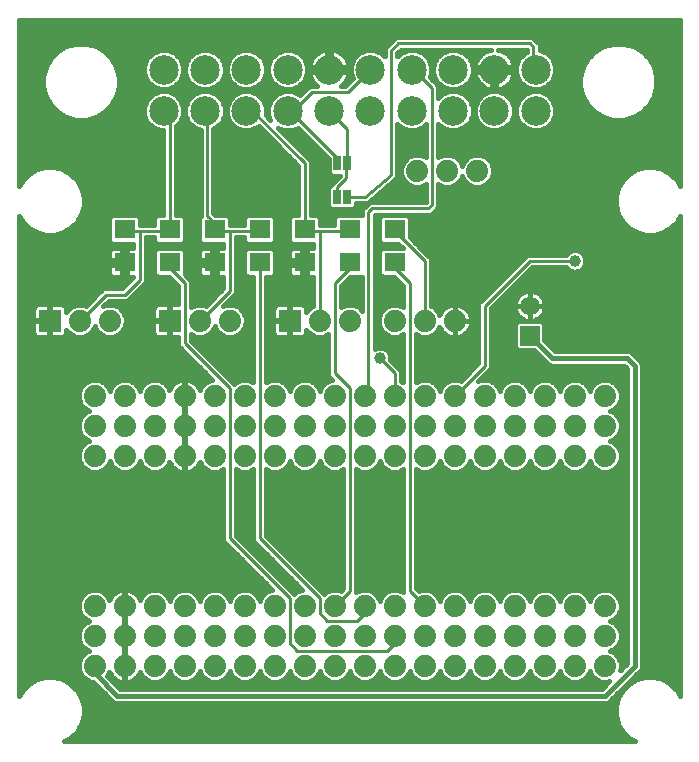
<source format=gbl>
G75*
%MOIN*%
%OFA0B0*%
%FSLAX25Y25*%
%IPPOS*%
%LPD*%
%AMOC8*
5,1,8,0,0,1.08239X$1,22.5*
%
%ADD10C,0.09843*%
%ADD11C,0.07400*%
%ADD12R,0.07087X0.06299*%
%ADD13R,0.02500X0.05000*%
%ADD14R,0.07400X0.07400*%
%ADD15C,0.06500*%
%ADD16R,0.06500X0.06500*%
%ADD17C,0.01600*%
%ADD18C,0.03962*%
%ADD19C,0.01000*%
D10*
X0054792Y0216800D03*
X0054792Y0230580D03*
X0068572Y0230580D03*
X0068572Y0216800D03*
X0082351Y0216800D03*
X0082351Y0230580D03*
X0096131Y0230580D03*
X0096131Y0216800D03*
X0109910Y0216800D03*
X0109910Y0230580D03*
X0123690Y0230580D03*
X0123690Y0216800D03*
X0137469Y0216800D03*
X0137469Y0230580D03*
X0151249Y0230580D03*
X0151249Y0216800D03*
X0165028Y0216800D03*
X0165028Y0230580D03*
X0178808Y0230580D03*
X0178808Y0216800D03*
D11*
X0159300Y0196800D03*
X0149300Y0196800D03*
X0139300Y0196800D03*
X0141800Y0146800D03*
X0131800Y0146800D03*
X0116800Y0146800D03*
X0106800Y0146800D03*
X0101800Y0121800D03*
X0101800Y0111800D03*
X0101800Y0101800D03*
X0091800Y0101800D03*
X0091800Y0111800D03*
X0091800Y0121800D03*
X0081800Y0121800D03*
X0081800Y0111800D03*
X0081800Y0101800D03*
X0071800Y0101800D03*
X0071800Y0111800D03*
X0071800Y0121800D03*
X0061800Y0121800D03*
X0061800Y0111800D03*
X0061800Y0101800D03*
X0051800Y0101800D03*
X0051800Y0111800D03*
X0051800Y0121800D03*
X0041800Y0121800D03*
X0041800Y0111800D03*
X0041800Y0101800D03*
X0031800Y0101800D03*
X0031800Y0111800D03*
X0031800Y0121800D03*
X0026800Y0146800D03*
X0036800Y0146800D03*
X0066800Y0146800D03*
X0076800Y0146800D03*
X0111800Y0121800D03*
X0111800Y0111800D03*
X0111800Y0101800D03*
X0121800Y0101800D03*
X0121800Y0111800D03*
X0121800Y0121800D03*
X0131800Y0121800D03*
X0131800Y0111800D03*
X0131800Y0101800D03*
X0141800Y0101800D03*
X0141800Y0111800D03*
X0141800Y0121800D03*
X0151800Y0121800D03*
X0151800Y0111800D03*
X0151800Y0101800D03*
X0161800Y0101800D03*
X0161800Y0111800D03*
X0161800Y0121800D03*
X0171800Y0121800D03*
X0171800Y0111800D03*
X0171800Y0101800D03*
X0181800Y0101800D03*
X0181800Y0111800D03*
X0181800Y0121800D03*
X0191800Y0121800D03*
X0191800Y0111800D03*
X0191800Y0101800D03*
X0201800Y0101800D03*
X0201800Y0111800D03*
X0201800Y0121800D03*
X0151800Y0146800D03*
X0151800Y0051800D03*
X0151800Y0041800D03*
X0151800Y0031800D03*
X0141800Y0031800D03*
X0141800Y0041800D03*
X0141800Y0051800D03*
X0131800Y0051800D03*
X0131800Y0041800D03*
X0131800Y0031800D03*
X0121800Y0031800D03*
X0121800Y0041800D03*
X0121800Y0051800D03*
X0111800Y0051800D03*
X0111800Y0041800D03*
X0111800Y0031800D03*
X0101800Y0031800D03*
X0101800Y0041800D03*
X0101800Y0051800D03*
X0091800Y0051800D03*
X0091800Y0041800D03*
X0091800Y0031800D03*
X0081800Y0031800D03*
X0081800Y0041800D03*
X0081800Y0051800D03*
X0071800Y0051800D03*
X0071800Y0041800D03*
X0071800Y0031800D03*
X0061800Y0031800D03*
X0061800Y0041800D03*
X0061800Y0051800D03*
X0051800Y0051800D03*
X0051800Y0041800D03*
X0051800Y0031800D03*
X0041800Y0031800D03*
X0041800Y0041800D03*
X0041800Y0051800D03*
X0031800Y0051800D03*
X0031800Y0041800D03*
X0031800Y0031800D03*
X0161800Y0031800D03*
X0161800Y0041800D03*
X0161800Y0051800D03*
X0171800Y0051800D03*
X0171800Y0041800D03*
X0171800Y0031800D03*
X0181800Y0031800D03*
X0181800Y0041800D03*
X0181800Y0051800D03*
X0191800Y0051800D03*
X0191800Y0041800D03*
X0191800Y0031800D03*
X0201800Y0031800D03*
X0201800Y0041800D03*
X0201800Y0051800D03*
D12*
X0131800Y0166288D03*
X0131800Y0177312D03*
X0116800Y0177312D03*
X0116800Y0166288D03*
X0101800Y0166288D03*
X0101800Y0177312D03*
X0086800Y0177312D03*
X0086800Y0166288D03*
X0071800Y0166288D03*
X0071800Y0177312D03*
X0056800Y0177312D03*
X0056800Y0166288D03*
X0041800Y0166288D03*
X0041800Y0177312D03*
D13*
X0112528Y0188050D03*
X0116072Y0188050D03*
X0115922Y0199300D03*
X0112678Y0199300D03*
D14*
X0096800Y0146800D03*
X0056800Y0146800D03*
X0016800Y0146800D03*
D15*
X0176800Y0151800D03*
D16*
X0176800Y0141800D03*
D17*
X0006600Y0181867D02*
X0006600Y0021733D01*
X0007758Y0023738D01*
X0009862Y0025842D01*
X0012438Y0027330D01*
X0015312Y0028100D01*
X0018288Y0028100D01*
X0021162Y0027330D01*
X0023738Y0025842D01*
X0025842Y0023738D01*
X0027330Y0021162D01*
X0028100Y0018288D01*
X0028100Y0015312D01*
X0027330Y0012438D01*
X0025842Y0009862D01*
X0023738Y0007758D01*
X0021733Y0006600D01*
X0211867Y0006600D01*
X0209862Y0007758D01*
X0207758Y0009862D01*
X0206270Y0012438D01*
X0205500Y0015312D01*
X0205500Y0018288D01*
X0206270Y0021162D01*
X0207758Y0023738D01*
X0209862Y0025842D01*
X0212438Y0027330D01*
X0215312Y0028100D01*
X0218288Y0028100D01*
X0221162Y0027330D01*
X0223738Y0025842D01*
X0225842Y0023738D01*
X0226928Y0021858D01*
X0226978Y0181829D01*
X0225842Y0179862D01*
X0223738Y0177758D01*
X0221162Y0176270D01*
X0218288Y0175500D01*
X0215312Y0175500D01*
X0212438Y0176270D01*
X0209862Y0177758D01*
X0207758Y0179862D01*
X0206270Y0182438D01*
X0205500Y0185312D01*
X0205500Y0188288D01*
X0206270Y0191162D01*
X0207758Y0193738D01*
X0209862Y0195842D01*
X0212438Y0197330D01*
X0215312Y0198100D01*
X0218288Y0198100D01*
X0221162Y0197330D01*
X0223738Y0195842D01*
X0225842Y0193738D01*
X0226981Y0191766D01*
X0226998Y0247000D01*
X0006600Y0247000D01*
X0006600Y0191733D01*
X0007758Y0193738D01*
X0009862Y0195842D01*
X0012438Y0197330D01*
X0015312Y0198100D01*
X0018288Y0198100D01*
X0021162Y0197330D01*
X0023738Y0195842D01*
X0025842Y0193738D01*
X0027330Y0191162D01*
X0028100Y0188288D01*
X0028100Y0185312D01*
X0027330Y0182438D01*
X0025842Y0179862D01*
X0023738Y0177758D01*
X0021162Y0176270D01*
X0018288Y0175500D01*
X0015312Y0175500D01*
X0012438Y0176270D01*
X0009862Y0177758D01*
X0007758Y0179862D01*
X0006600Y0181867D01*
X0006600Y0180833D02*
X0007197Y0180833D01*
X0006600Y0179235D02*
X0008385Y0179235D01*
X0010072Y0177636D02*
X0006600Y0177636D01*
X0006600Y0176038D02*
X0013305Y0176038D01*
X0006600Y0174439D02*
X0036657Y0174439D01*
X0036657Y0173499D02*
X0037594Y0172562D01*
X0044700Y0172562D01*
X0044700Y0171238D01*
X0042575Y0171238D01*
X0042575Y0167063D01*
X0041025Y0167063D01*
X0041025Y0165513D01*
X0042575Y0165513D01*
X0042575Y0161339D01*
X0044619Y0161339D01*
X0040930Y0157650D01*
X0034680Y0157650D01*
X0028756Y0151726D01*
X0027854Y0152100D01*
X0025746Y0152100D01*
X0023798Y0151293D01*
X0022307Y0149802D01*
X0022300Y0149786D01*
X0022300Y0150737D01*
X0022177Y0151195D01*
X0021940Y0151605D01*
X0021605Y0151940D01*
X0021195Y0152177D01*
X0020737Y0152300D01*
X0017000Y0152300D01*
X0017000Y0147000D01*
X0016600Y0147000D01*
X0016600Y0152300D01*
X0012863Y0152300D01*
X0012405Y0152177D01*
X0011995Y0151940D01*
X0011660Y0151605D01*
X0011423Y0151195D01*
X0011300Y0150737D01*
X0011300Y0147000D01*
X0016600Y0147000D01*
X0016600Y0146600D01*
X0017000Y0146600D01*
X0017000Y0141300D01*
X0020737Y0141300D01*
X0021195Y0141423D01*
X0021605Y0141660D01*
X0021940Y0141995D01*
X0022177Y0142405D01*
X0022300Y0142863D01*
X0022300Y0143814D01*
X0022307Y0143798D01*
X0023798Y0142307D01*
X0025746Y0141500D01*
X0027854Y0141500D01*
X0029802Y0142307D01*
X0031293Y0143798D01*
X0031800Y0145022D01*
X0032307Y0143798D01*
X0033798Y0142307D01*
X0035746Y0141500D01*
X0037854Y0141500D01*
X0039802Y0142307D01*
X0041293Y0143798D01*
X0042100Y0145746D01*
X0042100Y0147854D01*
X0041293Y0149802D01*
X0039802Y0151293D01*
X0037854Y0152100D01*
X0035746Y0152100D01*
X0034592Y0151622D01*
X0036420Y0153450D01*
X0042670Y0153450D01*
X0043900Y0154680D01*
X0048900Y0159680D01*
X0048900Y0174700D01*
X0051657Y0174700D01*
X0051657Y0173499D01*
X0052594Y0172562D01*
X0061006Y0172562D01*
X0061943Y0173499D01*
X0061943Y0181124D01*
X0061006Y0182061D01*
X0058900Y0182061D01*
X0058900Y0211685D01*
X0060321Y0213106D01*
X0061313Y0215503D01*
X0061313Y0218097D01*
X0060321Y0220494D01*
X0058486Y0222328D01*
X0056089Y0223321D01*
X0053495Y0223321D01*
X0051098Y0222328D01*
X0049264Y0220494D01*
X0048271Y0218097D01*
X0048271Y0215503D01*
X0049264Y0213106D01*
X0051098Y0211272D01*
X0053495Y0210279D01*
X0054700Y0210279D01*
X0054700Y0182061D01*
X0052594Y0182061D01*
X0051657Y0181124D01*
X0051657Y0178900D01*
X0046943Y0178900D01*
X0046943Y0181124D01*
X0046006Y0182061D01*
X0037594Y0182061D01*
X0036657Y0181124D01*
X0036657Y0173499D01*
X0037315Y0172841D02*
X0006600Y0172841D01*
X0006600Y0171242D02*
X0044700Y0171242D01*
X0042575Y0169644D02*
X0041025Y0169644D01*
X0041025Y0171238D02*
X0038020Y0171238D01*
X0037562Y0171115D01*
X0037151Y0170878D01*
X0036816Y0170543D01*
X0036579Y0170133D01*
X0036457Y0169675D01*
X0036457Y0167063D01*
X0041025Y0167063D01*
X0041025Y0171238D01*
X0041025Y0168045D02*
X0042575Y0168045D01*
X0041025Y0166447D02*
X0006600Y0166447D01*
X0006600Y0168045D02*
X0036457Y0168045D01*
X0036457Y0169644D02*
X0006600Y0169644D01*
X0006600Y0164848D02*
X0036457Y0164848D01*
X0036457Y0165513D02*
X0036457Y0162902D01*
X0036579Y0162444D01*
X0036816Y0162033D01*
X0037151Y0161698D01*
X0037562Y0161461D01*
X0038020Y0161339D01*
X0041025Y0161339D01*
X0041025Y0165513D01*
X0036457Y0165513D01*
X0036457Y0163250D02*
X0006600Y0163250D01*
X0006600Y0161651D02*
X0037233Y0161651D01*
X0041025Y0161651D02*
X0042575Y0161651D01*
X0042575Y0163250D02*
X0041025Y0163250D01*
X0041025Y0164848D02*
X0042575Y0164848D01*
X0043333Y0160053D02*
X0006600Y0160053D01*
X0006600Y0158454D02*
X0041734Y0158454D01*
X0044477Y0155257D02*
X0059700Y0155257D01*
X0059700Y0153659D02*
X0042878Y0153659D01*
X0040634Y0150462D02*
X0051300Y0150462D01*
X0051300Y0150737D02*
X0051300Y0147000D01*
X0056600Y0147000D01*
X0056600Y0152300D01*
X0052863Y0152300D01*
X0052405Y0152177D01*
X0051995Y0151940D01*
X0051660Y0151605D01*
X0051423Y0151195D01*
X0051300Y0150737D01*
X0052202Y0152060D02*
X0037951Y0152060D01*
X0035649Y0152060D02*
X0035030Y0152060D01*
X0030689Y0153659D02*
X0006600Y0153659D01*
X0006600Y0155257D02*
X0032287Y0155257D01*
X0033886Y0156856D02*
X0006600Y0156856D01*
X0006600Y0152060D02*
X0012202Y0152060D01*
X0011300Y0150462D02*
X0006600Y0150462D01*
X0006600Y0148863D02*
X0011300Y0148863D01*
X0011300Y0147265D02*
X0006600Y0147265D01*
X0006600Y0145666D02*
X0011300Y0145666D01*
X0011300Y0146600D02*
X0011300Y0142863D01*
X0011423Y0142405D01*
X0011660Y0141995D01*
X0011995Y0141660D01*
X0012405Y0141423D01*
X0012863Y0141300D01*
X0016600Y0141300D01*
X0016600Y0146600D01*
X0011300Y0146600D01*
X0011300Y0144068D02*
X0006600Y0144068D01*
X0006600Y0142469D02*
X0011406Y0142469D01*
X0006600Y0140870D02*
X0059700Y0140870D01*
X0059700Y0141300D02*
X0059700Y0138430D01*
X0071030Y0127100D01*
X0070746Y0127100D01*
X0068798Y0126293D01*
X0067307Y0124802D01*
X0066915Y0123856D01*
X0066897Y0123911D01*
X0066504Y0124683D01*
X0065995Y0125383D01*
X0065383Y0125995D01*
X0064683Y0126504D01*
X0063911Y0126897D01*
X0063088Y0127165D01*
X0062233Y0127300D01*
X0062000Y0127300D01*
X0062000Y0122000D01*
X0061600Y0122000D01*
X0061600Y0127300D01*
X0061367Y0127300D01*
X0060512Y0127165D01*
X0059689Y0126897D01*
X0058917Y0126504D01*
X0058217Y0125995D01*
X0057605Y0125383D01*
X0057096Y0124683D01*
X0056703Y0123911D01*
X0056685Y0123856D01*
X0056293Y0124802D01*
X0054802Y0126293D01*
X0052854Y0127100D01*
X0050746Y0127100D01*
X0048798Y0126293D01*
X0047307Y0124802D01*
X0046800Y0123578D01*
X0046293Y0124802D01*
X0044802Y0126293D01*
X0042854Y0127100D01*
X0040746Y0127100D01*
X0038798Y0126293D01*
X0037307Y0124802D01*
X0036800Y0123578D01*
X0036293Y0124802D01*
X0034802Y0126293D01*
X0032854Y0127100D01*
X0030746Y0127100D01*
X0028798Y0126293D01*
X0027307Y0124802D01*
X0026500Y0122854D01*
X0026500Y0120746D01*
X0027307Y0118798D01*
X0028798Y0117307D01*
X0030022Y0116800D01*
X0028798Y0116293D01*
X0027307Y0114802D01*
X0026500Y0112854D01*
X0026500Y0110746D01*
X0027307Y0108798D01*
X0028798Y0107307D01*
X0030022Y0106800D01*
X0028798Y0106293D01*
X0027307Y0104802D01*
X0026500Y0102854D01*
X0026500Y0100746D01*
X0027307Y0098798D01*
X0028798Y0097307D01*
X0030746Y0096500D01*
X0032854Y0096500D01*
X0034802Y0097307D01*
X0036293Y0098798D01*
X0036800Y0100022D01*
X0037307Y0098798D01*
X0038798Y0097307D01*
X0040746Y0096500D01*
X0042854Y0096500D01*
X0044802Y0097307D01*
X0046293Y0098798D01*
X0046800Y0100022D01*
X0047307Y0098798D01*
X0048798Y0097307D01*
X0050746Y0096500D01*
X0052854Y0096500D01*
X0054802Y0097307D01*
X0056293Y0098798D01*
X0056685Y0099744D01*
X0056703Y0099689D01*
X0057096Y0098917D01*
X0057605Y0098217D01*
X0058217Y0097605D01*
X0058917Y0097096D01*
X0059689Y0096703D01*
X0060512Y0096435D01*
X0061367Y0096300D01*
X0061600Y0096300D01*
X0061600Y0101600D01*
X0062000Y0101600D01*
X0062000Y0096300D01*
X0062233Y0096300D01*
X0063088Y0096435D01*
X0063911Y0096703D01*
X0064683Y0097096D01*
X0065383Y0097605D01*
X0065995Y0098217D01*
X0066504Y0098917D01*
X0066897Y0099689D01*
X0066915Y0099744D01*
X0067307Y0098798D01*
X0068798Y0097307D01*
X0070746Y0096500D01*
X0072854Y0096500D01*
X0074700Y0097265D01*
X0074700Y0073430D01*
X0091030Y0057100D01*
X0090746Y0057100D01*
X0088798Y0056293D01*
X0087307Y0054802D01*
X0086800Y0053578D01*
X0086293Y0054802D01*
X0084802Y0056293D01*
X0082854Y0057100D01*
X0080746Y0057100D01*
X0078798Y0056293D01*
X0077307Y0054802D01*
X0076800Y0053578D01*
X0076293Y0054802D01*
X0074802Y0056293D01*
X0072854Y0057100D01*
X0070746Y0057100D01*
X0068798Y0056293D01*
X0067307Y0054802D01*
X0066800Y0053578D01*
X0066293Y0054802D01*
X0064802Y0056293D01*
X0062854Y0057100D01*
X0060746Y0057100D01*
X0058798Y0056293D01*
X0057307Y0054802D01*
X0056800Y0053578D01*
X0056293Y0054802D01*
X0054802Y0056293D01*
X0052854Y0057100D01*
X0050746Y0057100D01*
X0048798Y0056293D01*
X0047307Y0054802D01*
X0046915Y0053856D01*
X0046897Y0053911D01*
X0046504Y0054683D01*
X0045995Y0055383D01*
X0045383Y0055995D01*
X0044683Y0056504D01*
X0043911Y0056897D01*
X0043088Y0057165D01*
X0042233Y0057300D01*
X0042000Y0057300D01*
X0042000Y0052000D01*
X0041600Y0052000D01*
X0041600Y0057300D01*
X0041367Y0057300D01*
X0040512Y0057165D01*
X0039689Y0056897D01*
X0038917Y0056504D01*
X0038217Y0055995D01*
X0037605Y0055383D01*
X0037096Y0054683D01*
X0036703Y0053911D01*
X0036685Y0053856D01*
X0036293Y0054802D01*
X0034802Y0056293D01*
X0032854Y0057100D01*
X0030746Y0057100D01*
X0028798Y0056293D01*
X0027307Y0054802D01*
X0026500Y0052854D01*
X0026500Y0050746D01*
X0027307Y0048798D01*
X0028798Y0047307D01*
X0030022Y0046800D01*
X0028798Y0046293D01*
X0027307Y0044802D01*
X0026500Y0042854D01*
X0026500Y0040746D01*
X0027307Y0038798D01*
X0028798Y0037307D01*
X0030022Y0036800D01*
X0028798Y0036293D01*
X0027307Y0034802D01*
X0026500Y0032854D01*
X0026500Y0030746D01*
X0027307Y0028798D01*
X0028798Y0027307D01*
X0030746Y0026500D01*
X0031206Y0026500D01*
X0037941Y0019765D01*
X0038823Y0019400D01*
X0202277Y0019400D01*
X0203159Y0019765D01*
X0203835Y0020441D01*
X0213835Y0030441D01*
X0214200Y0031323D01*
X0214200Y0132277D01*
X0213835Y0133159D01*
X0213159Y0133835D01*
X0210659Y0136335D01*
X0209777Y0136700D01*
X0185294Y0136700D01*
X0181650Y0140344D01*
X0181650Y0145713D01*
X0180713Y0146650D01*
X0172887Y0146650D01*
X0171950Y0145713D01*
X0171950Y0137887D01*
X0172887Y0136950D01*
X0178256Y0136950D01*
X0182265Y0132941D01*
X0182265Y0132941D01*
X0182941Y0132265D01*
X0183823Y0131900D01*
X0208306Y0131900D01*
X0209400Y0130806D01*
X0209400Y0032794D01*
X0206922Y0030316D01*
X0207100Y0030746D01*
X0207100Y0032854D01*
X0206293Y0034802D01*
X0204802Y0036293D01*
X0203578Y0036800D01*
X0204802Y0037307D01*
X0206293Y0038798D01*
X0207100Y0040746D01*
X0207100Y0042854D01*
X0206293Y0044802D01*
X0204802Y0046293D01*
X0203578Y0046800D01*
X0204802Y0047307D01*
X0206293Y0048798D01*
X0207100Y0050746D01*
X0207100Y0052854D01*
X0206293Y0054802D01*
X0204802Y0056293D01*
X0202854Y0057100D01*
X0200746Y0057100D01*
X0198798Y0056293D01*
X0197307Y0054802D01*
X0196800Y0053578D01*
X0196293Y0054802D01*
X0194802Y0056293D01*
X0192854Y0057100D01*
X0190746Y0057100D01*
X0188798Y0056293D01*
X0187307Y0054802D01*
X0186800Y0053578D01*
X0186293Y0054802D01*
X0184802Y0056293D01*
X0182854Y0057100D01*
X0180746Y0057100D01*
X0178798Y0056293D01*
X0177307Y0054802D01*
X0176800Y0053578D01*
X0176293Y0054802D01*
X0174802Y0056293D01*
X0172854Y0057100D01*
X0170746Y0057100D01*
X0168798Y0056293D01*
X0167307Y0054802D01*
X0166800Y0053578D01*
X0166293Y0054802D01*
X0164802Y0056293D01*
X0162854Y0057100D01*
X0160746Y0057100D01*
X0158798Y0056293D01*
X0157307Y0054802D01*
X0156800Y0053578D01*
X0156293Y0054802D01*
X0154802Y0056293D01*
X0152854Y0057100D01*
X0150746Y0057100D01*
X0148798Y0056293D01*
X0147307Y0054802D01*
X0146800Y0053578D01*
X0146293Y0054802D01*
X0144802Y0056293D01*
X0142854Y0057100D01*
X0140746Y0057100D01*
X0139844Y0056726D01*
X0138900Y0057670D01*
X0138900Y0097265D01*
X0140746Y0096500D01*
X0142854Y0096500D01*
X0144802Y0097307D01*
X0146293Y0098798D01*
X0146800Y0100022D01*
X0147307Y0098798D01*
X0148798Y0097307D01*
X0150746Y0096500D01*
X0152854Y0096500D01*
X0154802Y0097307D01*
X0156293Y0098798D01*
X0156800Y0100022D01*
X0157307Y0098798D01*
X0158798Y0097307D01*
X0160746Y0096500D01*
X0162854Y0096500D01*
X0164802Y0097307D01*
X0166293Y0098798D01*
X0166800Y0100022D01*
X0167307Y0098798D01*
X0168798Y0097307D01*
X0170746Y0096500D01*
X0172854Y0096500D01*
X0174802Y0097307D01*
X0176293Y0098798D01*
X0176800Y0100022D01*
X0177307Y0098798D01*
X0178798Y0097307D01*
X0180746Y0096500D01*
X0182854Y0096500D01*
X0184802Y0097307D01*
X0186293Y0098798D01*
X0186800Y0100022D01*
X0187307Y0098798D01*
X0188798Y0097307D01*
X0190746Y0096500D01*
X0192854Y0096500D01*
X0194802Y0097307D01*
X0196293Y0098798D01*
X0196800Y0100022D01*
X0197307Y0098798D01*
X0198798Y0097307D01*
X0200746Y0096500D01*
X0202854Y0096500D01*
X0204802Y0097307D01*
X0206293Y0098798D01*
X0207100Y0100746D01*
X0207100Y0102854D01*
X0206293Y0104802D01*
X0204802Y0106293D01*
X0203578Y0106800D01*
X0204802Y0107307D01*
X0206293Y0108798D01*
X0207100Y0110746D01*
X0207100Y0112854D01*
X0206293Y0114802D01*
X0204802Y0116293D01*
X0203578Y0116800D01*
X0204802Y0117307D01*
X0206293Y0118798D01*
X0207100Y0120746D01*
X0207100Y0122854D01*
X0206293Y0124802D01*
X0204802Y0126293D01*
X0202854Y0127100D01*
X0200746Y0127100D01*
X0198798Y0126293D01*
X0197307Y0124802D01*
X0196800Y0123578D01*
X0196293Y0124802D01*
X0194802Y0126293D01*
X0192854Y0127100D01*
X0190746Y0127100D01*
X0188798Y0126293D01*
X0187307Y0124802D01*
X0186800Y0123578D01*
X0186293Y0124802D01*
X0184802Y0126293D01*
X0182854Y0127100D01*
X0180746Y0127100D01*
X0178798Y0126293D01*
X0177307Y0124802D01*
X0176800Y0123578D01*
X0176293Y0124802D01*
X0174802Y0126293D01*
X0172854Y0127100D01*
X0170746Y0127100D01*
X0168798Y0126293D01*
X0167307Y0124802D01*
X0166800Y0123578D01*
X0166293Y0124802D01*
X0164802Y0126293D01*
X0162854Y0127100D01*
X0160746Y0127100D01*
X0159592Y0126622D01*
X0163900Y0130930D01*
X0163900Y0150930D01*
X0177670Y0164700D01*
X0188836Y0164700D01*
X0189771Y0163764D01*
X0191088Y0163219D01*
X0192512Y0163219D01*
X0193829Y0163764D01*
X0194836Y0164771D01*
X0195381Y0166088D01*
X0195381Y0167512D01*
X0194836Y0168829D01*
X0193829Y0169836D01*
X0192512Y0170381D01*
X0191088Y0170381D01*
X0189771Y0169836D01*
X0188836Y0168900D01*
X0175930Y0168900D01*
X0160930Y0153900D01*
X0159700Y0152670D01*
X0159700Y0132670D01*
X0153756Y0126726D01*
X0152854Y0127100D01*
X0150746Y0127100D01*
X0148798Y0126293D01*
X0147307Y0124802D01*
X0146800Y0123578D01*
X0146293Y0124802D01*
X0144802Y0126293D01*
X0142854Y0127100D01*
X0140746Y0127100D01*
X0138900Y0126335D01*
X0138900Y0142265D01*
X0140746Y0141500D01*
X0142854Y0141500D01*
X0144802Y0142307D01*
X0146293Y0143798D01*
X0146685Y0144744D01*
X0146703Y0144689D01*
X0147096Y0143917D01*
X0147605Y0143217D01*
X0148217Y0142605D01*
X0148917Y0142096D01*
X0149689Y0141703D01*
X0150512Y0141435D01*
X0151367Y0141300D01*
X0151800Y0141300D01*
X0152233Y0141300D01*
X0153088Y0141435D01*
X0153911Y0141703D01*
X0154683Y0142096D01*
X0155383Y0142605D01*
X0155995Y0143217D01*
X0156504Y0143917D01*
X0156897Y0144689D01*
X0157165Y0145512D01*
X0157300Y0146367D01*
X0157300Y0146800D01*
X0157300Y0147233D01*
X0157165Y0148088D01*
X0156897Y0148911D01*
X0156504Y0149683D01*
X0155995Y0150383D01*
X0155383Y0150995D01*
X0154683Y0151504D01*
X0153911Y0151897D01*
X0153088Y0152165D01*
X0152233Y0152300D01*
X0151800Y0152300D01*
X0151800Y0146800D01*
X0151800Y0146800D01*
X0157300Y0146800D01*
X0151800Y0146800D01*
X0151800Y0146800D01*
X0151800Y0152300D01*
X0151367Y0152300D01*
X0150512Y0152165D01*
X0149689Y0151897D01*
X0148917Y0151504D01*
X0148217Y0150995D01*
X0147605Y0150383D01*
X0147096Y0149683D01*
X0146703Y0148911D01*
X0146685Y0148856D01*
X0146293Y0149802D01*
X0144802Y0151293D01*
X0143900Y0151667D01*
X0143900Y0167670D01*
X0142670Y0168900D01*
X0136943Y0174627D01*
X0136943Y0181124D01*
X0136006Y0182061D01*
X0127594Y0182061D01*
X0126657Y0181124D01*
X0126657Y0173499D01*
X0127594Y0172562D01*
X0133068Y0172562D01*
X0134592Y0171038D01*
X0127594Y0171038D01*
X0126657Y0170101D01*
X0126657Y0162476D01*
X0127594Y0161539D01*
X0131592Y0161539D01*
X0134700Y0158430D01*
X0134700Y0151335D01*
X0132854Y0152100D01*
X0130746Y0152100D01*
X0128798Y0151293D01*
X0127307Y0149802D01*
X0126500Y0147854D01*
X0126500Y0145746D01*
X0127307Y0143798D01*
X0128798Y0142307D01*
X0130746Y0141500D01*
X0132854Y0141500D01*
X0134700Y0142265D01*
X0134700Y0126335D01*
X0133900Y0126667D01*
X0133900Y0130170D01*
X0132670Y0131400D01*
X0130381Y0133689D01*
X0130381Y0135012D01*
X0129836Y0136329D01*
X0128829Y0137336D01*
X0127512Y0137881D01*
X0126088Y0137881D01*
X0125150Y0137493D01*
X0125150Y0182180D01*
X0125170Y0182200D01*
X0143920Y0182200D01*
X0145150Y0183430D01*
X0146400Y0184680D01*
X0146400Y0192265D01*
X0148246Y0191500D01*
X0150354Y0191500D01*
X0152302Y0192307D01*
X0153793Y0193798D01*
X0154300Y0195022D01*
X0154807Y0193798D01*
X0156298Y0192307D01*
X0158246Y0191500D01*
X0160354Y0191500D01*
X0162302Y0192307D01*
X0163793Y0193798D01*
X0164600Y0195746D01*
X0164600Y0197854D01*
X0163793Y0199802D01*
X0162302Y0201293D01*
X0160354Y0202100D01*
X0158246Y0202100D01*
X0156298Y0201293D01*
X0154807Y0199802D01*
X0154300Y0198578D01*
X0153793Y0199802D01*
X0152302Y0201293D01*
X0150354Y0202100D01*
X0148246Y0202100D01*
X0146400Y0201335D01*
X0146400Y0212426D01*
X0147555Y0211272D01*
X0149952Y0210279D01*
X0152546Y0210279D01*
X0154943Y0211272D01*
X0156777Y0213106D01*
X0157770Y0215503D01*
X0157770Y0218097D01*
X0156777Y0220494D01*
X0154943Y0222328D01*
X0152546Y0223321D01*
X0149952Y0223321D01*
X0147555Y0222328D01*
X0146400Y0221174D01*
X0146400Y0225170D01*
X0145170Y0226400D01*
X0143492Y0228078D01*
X0143991Y0229282D01*
X0143991Y0231877D01*
X0142998Y0234274D01*
X0141163Y0236108D01*
X0138766Y0237101D01*
X0136172Y0237101D01*
X0133775Y0236108D01*
X0132650Y0234983D01*
X0132650Y0235930D01*
X0133920Y0237200D01*
X0163822Y0237200D01*
X0163714Y0237186D01*
X0162863Y0236958D01*
X0162049Y0236621D01*
X0161286Y0236180D01*
X0160587Y0235644D01*
X0159964Y0235021D01*
X0159428Y0234322D01*
X0158987Y0233559D01*
X0158650Y0232745D01*
X0158422Y0231894D01*
X0158338Y0231256D01*
X0164352Y0231256D01*
X0164352Y0229903D01*
X0165705Y0229903D01*
X0165705Y0231256D01*
X0171719Y0231256D01*
X0171635Y0231894D01*
X0171407Y0232745D01*
X0171069Y0233559D01*
X0170629Y0234322D01*
X0170092Y0235021D01*
X0169469Y0235644D01*
X0168770Y0236180D01*
X0168007Y0236621D01*
X0167193Y0236958D01*
X0166342Y0237186D01*
X0166234Y0237200D01*
X0175930Y0237200D01*
X0175950Y0237180D01*
X0175950Y0236454D01*
X0175114Y0236108D01*
X0173279Y0234274D01*
X0172287Y0231877D01*
X0172287Y0229282D01*
X0173279Y0226886D01*
X0175114Y0225051D01*
X0177511Y0224058D01*
X0180105Y0224058D01*
X0182502Y0225051D01*
X0184336Y0226886D01*
X0185329Y0229282D01*
X0185329Y0231877D01*
X0184336Y0234274D01*
X0182502Y0236108D01*
X0180150Y0237082D01*
X0180150Y0238920D01*
X0178920Y0240150D01*
X0177670Y0241400D01*
X0132180Y0241400D01*
X0130950Y0240170D01*
X0128450Y0237670D01*
X0128450Y0235042D01*
X0127384Y0236108D01*
X0124987Y0237101D01*
X0122393Y0237101D01*
X0119996Y0236108D01*
X0118161Y0234274D01*
X0117169Y0231877D01*
X0117169Y0229282D01*
X0117829Y0227688D01*
X0115290Y0225150D01*
X0113875Y0225150D01*
X0114351Y0225515D01*
X0114974Y0226138D01*
X0115511Y0226837D01*
X0115951Y0227600D01*
X0116288Y0228414D01*
X0116516Y0229265D01*
X0116600Y0229903D01*
X0110587Y0229903D01*
X0110587Y0231256D01*
X0116600Y0231256D01*
X0116516Y0231894D01*
X0116288Y0232745D01*
X0115951Y0233559D01*
X0115511Y0234322D01*
X0114974Y0235021D01*
X0114351Y0235644D01*
X0113652Y0236180D01*
X0112889Y0236621D01*
X0112075Y0236958D01*
X0111224Y0237186D01*
X0110587Y0237270D01*
X0110587Y0231256D01*
X0109234Y0231256D01*
X0109234Y0237270D01*
X0108596Y0237186D01*
X0107745Y0236958D01*
X0106931Y0236621D01*
X0106168Y0236180D01*
X0105469Y0235644D01*
X0104846Y0235021D01*
X0104310Y0234322D01*
X0103869Y0233559D01*
X0103532Y0232745D01*
X0103304Y0231894D01*
X0103220Y0231256D01*
X0109234Y0231256D01*
X0109234Y0229903D01*
X0103220Y0229903D01*
X0103304Y0229265D01*
X0103532Y0228414D01*
X0103869Y0227600D01*
X0104310Y0226837D01*
X0104846Y0226138D01*
X0105469Y0225515D01*
X0105945Y0225150D01*
X0103430Y0225150D01*
X0102200Y0223920D01*
X0100217Y0221936D01*
X0099825Y0222328D01*
X0097428Y0223321D01*
X0094834Y0223321D01*
X0092437Y0222328D01*
X0090602Y0220494D01*
X0089609Y0218097D01*
X0089609Y0215503D01*
X0090347Y0213723D01*
X0088783Y0215287D01*
X0088872Y0215503D01*
X0088872Y0218097D01*
X0087880Y0220494D01*
X0086045Y0222328D01*
X0083648Y0223321D01*
X0081054Y0223321D01*
X0078657Y0222328D01*
X0076823Y0220494D01*
X0075830Y0218097D01*
X0075830Y0215503D01*
X0076823Y0213106D01*
X0078657Y0211272D01*
X0081054Y0210279D01*
X0083648Y0210279D01*
X0086045Y0211272D01*
X0086452Y0211678D01*
X0099700Y0198430D01*
X0099700Y0182061D01*
X0097594Y0182061D01*
X0096657Y0181124D01*
X0096657Y0173499D01*
X0097594Y0172562D01*
X0104700Y0172562D01*
X0104700Y0171238D01*
X0102575Y0171238D01*
X0102575Y0167063D01*
X0101025Y0167063D01*
X0101025Y0165513D01*
X0102575Y0165513D01*
X0102575Y0161339D01*
X0104700Y0161339D01*
X0104700Y0151667D01*
X0103798Y0151293D01*
X0102307Y0149802D01*
X0102300Y0149786D01*
X0102300Y0150737D01*
X0102177Y0151195D01*
X0101940Y0151605D01*
X0101605Y0151940D01*
X0101195Y0152177D01*
X0100737Y0152300D01*
X0097000Y0152300D01*
X0097000Y0147000D01*
X0096600Y0147000D01*
X0096600Y0152300D01*
X0092863Y0152300D01*
X0092405Y0152177D01*
X0091995Y0151940D01*
X0091660Y0151605D01*
X0091423Y0151195D01*
X0091300Y0150737D01*
X0091300Y0147000D01*
X0096600Y0147000D01*
X0096600Y0146600D01*
X0097000Y0146600D01*
X0097000Y0141300D01*
X0100737Y0141300D01*
X0101195Y0141423D01*
X0101605Y0141660D01*
X0101940Y0141995D01*
X0102177Y0142405D01*
X0102300Y0142863D01*
X0102300Y0143814D01*
X0102307Y0143798D01*
X0103798Y0142307D01*
X0105746Y0141500D01*
X0107854Y0141500D01*
X0109700Y0142265D01*
X0109700Y0128430D01*
X0111030Y0127100D01*
X0110746Y0127100D01*
X0108798Y0126293D01*
X0107307Y0124802D01*
X0106800Y0123578D01*
X0106293Y0124802D01*
X0104802Y0126293D01*
X0102854Y0127100D01*
X0100746Y0127100D01*
X0098798Y0126293D01*
X0097307Y0124802D01*
X0096800Y0123578D01*
X0096293Y0124802D01*
X0094802Y0126293D01*
X0092854Y0127100D01*
X0090746Y0127100D01*
X0088900Y0126335D01*
X0088900Y0161539D01*
X0091006Y0161539D01*
X0091943Y0162476D01*
X0091943Y0170101D01*
X0091006Y0171038D01*
X0082594Y0171038D01*
X0081657Y0170101D01*
X0081657Y0162476D01*
X0082594Y0161539D01*
X0084700Y0161539D01*
X0084700Y0126335D01*
X0082854Y0127100D01*
X0080746Y0127100D01*
X0078798Y0126293D01*
X0078287Y0125783D01*
X0077670Y0126400D01*
X0063900Y0140170D01*
X0063900Y0142265D01*
X0065746Y0141500D01*
X0067854Y0141500D01*
X0069802Y0142307D01*
X0071293Y0143798D01*
X0071800Y0145022D01*
X0072307Y0143798D01*
X0073798Y0142307D01*
X0075746Y0141500D01*
X0077854Y0141500D01*
X0079802Y0142307D01*
X0081293Y0143798D01*
X0082100Y0145746D01*
X0082100Y0147854D01*
X0081293Y0149802D01*
X0079802Y0151293D01*
X0077854Y0152100D01*
X0075746Y0152100D01*
X0074592Y0151622D01*
X0077670Y0154700D01*
X0078900Y0155930D01*
X0078900Y0174700D01*
X0081657Y0174700D01*
X0081657Y0173499D01*
X0082594Y0172562D01*
X0091006Y0172562D01*
X0091943Y0173499D01*
X0091943Y0181124D01*
X0091006Y0182061D01*
X0082594Y0182061D01*
X0081657Y0181124D01*
X0081657Y0178900D01*
X0076943Y0178900D01*
X0076943Y0181124D01*
X0076006Y0182061D01*
X0072008Y0182061D01*
X0071400Y0182670D01*
X0071400Y0210913D01*
X0072266Y0211272D01*
X0074100Y0213106D01*
X0075093Y0215503D01*
X0075093Y0218097D01*
X0074100Y0220494D01*
X0072266Y0222328D01*
X0069869Y0223321D01*
X0067274Y0223321D01*
X0064878Y0222328D01*
X0063043Y0220494D01*
X0062050Y0218097D01*
X0062050Y0215503D01*
X0063043Y0213106D01*
X0064878Y0211272D01*
X0067200Y0210310D01*
X0067200Y0181667D01*
X0066657Y0181124D01*
X0066657Y0173499D01*
X0067594Y0172562D01*
X0074700Y0172562D01*
X0074700Y0171238D01*
X0072575Y0171238D01*
X0072575Y0167063D01*
X0071025Y0167063D01*
X0071025Y0165513D01*
X0072575Y0165513D01*
X0072575Y0161339D01*
X0074700Y0161339D01*
X0074700Y0157670D01*
X0068756Y0151726D01*
X0067854Y0152100D01*
X0065746Y0152100D01*
X0063900Y0151335D01*
X0063900Y0160170D01*
X0062670Y0161400D01*
X0061769Y0162301D01*
X0061943Y0162476D01*
X0061943Y0170101D01*
X0061006Y0171038D01*
X0052594Y0171038D01*
X0051657Y0170101D01*
X0051657Y0162476D01*
X0052594Y0161539D01*
X0056592Y0161539D01*
X0059700Y0158430D01*
X0059700Y0152300D01*
X0057000Y0152300D01*
X0057000Y0147000D01*
X0056600Y0147000D01*
X0056600Y0146600D01*
X0057000Y0146600D01*
X0057000Y0141300D01*
X0059700Y0141300D01*
X0059700Y0139272D02*
X0006600Y0139272D01*
X0006600Y0137673D02*
X0060457Y0137673D01*
X0062055Y0136075D02*
X0006600Y0136075D01*
X0006600Y0134476D02*
X0063654Y0134476D01*
X0065252Y0132878D02*
X0006600Y0132878D01*
X0006600Y0131279D02*
X0066851Y0131279D01*
X0068449Y0129681D02*
X0006600Y0129681D01*
X0006600Y0128082D02*
X0070048Y0128082D01*
X0069258Y0126484D02*
X0064710Y0126484D01*
X0066357Y0124885D02*
X0067390Y0124885D01*
X0062000Y0124885D02*
X0061600Y0124885D01*
X0061600Y0123287D02*
X0062000Y0123287D01*
X0062000Y0121600D02*
X0062000Y0117300D01*
X0062000Y0112000D01*
X0061600Y0112000D01*
X0061600Y0121600D01*
X0062000Y0121600D01*
X0062000Y0120090D02*
X0061600Y0120090D01*
X0061600Y0118491D02*
X0062000Y0118491D01*
X0062000Y0116893D02*
X0061600Y0116893D01*
X0061600Y0115294D02*
X0062000Y0115294D01*
X0062000Y0113696D02*
X0061600Y0113696D01*
X0061600Y0112097D02*
X0062000Y0112097D01*
X0062000Y0111600D02*
X0062000Y0102000D01*
X0061600Y0102000D01*
X0061600Y0107300D01*
X0061600Y0111600D01*
X0062000Y0111600D01*
X0062000Y0110499D02*
X0061600Y0110499D01*
X0061600Y0108900D02*
X0062000Y0108900D01*
X0062000Y0107302D02*
X0061600Y0107302D01*
X0061600Y0105703D02*
X0062000Y0105703D01*
X0062000Y0104105D02*
X0061600Y0104105D01*
X0061600Y0102506D02*
X0062000Y0102506D01*
X0062000Y0100908D02*
X0061600Y0100908D01*
X0061600Y0099309D02*
X0062000Y0099309D01*
X0062000Y0097711D02*
X0061600Y0097711D01*
X0058111Y0097711D02*
X0055206Y0097711D01*
X0056505Y0099309D02*
X0056896Y0099309D01*
X0048394Y0097711D02*
X0045206Y0097711D01*
X0046505Y0099309D02*
X0047095Y0099309D01*
X0038394Y0097711D02*
X0035206Y0097711D01*
X0036505Y0099309D02*
X0037095Y0099309D01*
X0028394Y0097711D02*
X0006600Y0097711D01*
X0006600Y0099309D02*
X0027095Y0099309D01*
X0026500Y0100908D02*
X0006600Y0100908D01*
X0006600Y0102506D02*
X0026500Y0102506D01*
X0027018Y0104105D02*
X0006600Y0104105D01*
X0006600Y0105703D02*
X0028208Y0105703D01*
X0028810Y0107302D02*
X0006600Y0107302D01*
X0006600Y0108900D02*
X0027264Y0108900D01*
X0026602Y0110499D02*
X0006600Y0110499D01*
X0006600Y0112097D02*
X0026500Y0112097D01*
X0026849Y0113696D02*
X0006600Y0113696D01*
X0006600Y0115294D02*
X0027799Y0115294D01*
X0029797Y0116893D02*
X0006600Y0116893D01*
X0006600Y0118491D02*
X0027613Y0118491D01*
X0026772Y0120090D02*
X0006600Y0120090D01*
X0006600Y0121688D02*
X0026500Y0121688D01*
X0026679Y0123287D02*
X0006600Y0123287D01*
X0006600Y0124885D02*
X0027390Y0124885D01*
X0029258Y0126484D02*
X0006600Y0126484D01*
X0016600Y0142469D02*
X0017000Y0142469D01*
X0017000Y0144068D02*
X0016600Y0144068D01*
X0016600Y0145666D02*
X0017000Y0145666D01*
X0017000Y0147265D02*
X0016600Y0147265D01*
X0016600Y0148863D02*
X0017000Y0148863D01*
X0017000Y0150462D02*
X0016600Y0150462D01*
X0016600Y0152060D02*
X0017000Y0152060D01*
X0021398Y0152060D02*
X0025649Y0152060D01*
X0027951Y0152060D02*
X0029090Y0152060D01*
X0022966Y0150462D02*
X0022300Y0150462D01*
X0022194Y0142469D02*
X0023636Y0142469D01*
X0029964Y0142469D02*
X0033636Y0142469D01*
X0032195Y0144068D02*
X0031405Y0144068D01*
X0039964Y0142469D02*
X0051406Y0142469D01*
X0051423Y0142405D02*
X0051660Y0141995D01*
X0051995Y0141660D01*
X0052405Y0141423D01*
X0052863Y0141300D01*
X0056600Y0141300D01*
X0056600Y0146600D01*
X0051300Y0146600D01*
X0051300Y0142863D01*
X0051423Y0142405D01*
X0051300Y0144068D02*
X0041405Y0144068D01*
X0042067Y0145666D02*
X0051300Y0145666D01*
X0051300Y0147265D02*
X0042100Y0147265D01*
X0041682Y0148863D02*
X0051300Y0148863D01*
X0056600Y0148863D02*
X0057000Y0148863D01*
X0057000Y0147265D02*
X0056600Y0147265D01*
X0056600Y0145666D02*
X0057000Y0145666D01*
X0057000Y0144068D02*
X0056600Y0144068D01*
X0056600Y0142469D02*
X0057000Y0142469D01*
X0063900Y0140870D02*
X0084700Y0140870D01*
X0084700Y0139272D02*
X0064798Y0139272D01*
X0066396Y0137673D02*
X0084700Y0137673D01*
X0084700Y0136075D02*
X0067995Y0136075D01*
X0069593Y0134476D02*
X0084700Y0134476D01*
X0084700Y0132878D02*
X0071192Y0132878D01*
X0072790Y0131279D02*
X0084700Y0131279D01*
X0084700Y0129681D02*
X0074389Y0129681D01*
X0075987Y0128082D02*
X0084700Y0128082D01*
X0084700Y0126484D02*
X0084342Y0126484D01*
X0088900Y0126484D02*
X0089258Y0126484D01*
X0088900Y0128082D02*
X0110048Y0128082D01*
X0109700Y0129681D02*
X0088900Y0129681D01*
X0088900Y0131279D02*
X0109700Y0131279D01*
X0109700Y0132878D02*
X0088900Y0132878D01*
X0088900Y0134476D02*
X0109700Y0134476D01*
X0109700Y0136075D02*
X0088900Y0136075D01*
X0088900Y0137673D02*
X0109700Y0137673D01*
X0109700Y0139272D02*
X0088900Y0139272D01*
X0088900Y0140870D02*
X0109700Y0140870D01*
X0103636Y0142469D02*
X0102194Y0142469D01*
X0097000Y0142469D02*
X0096600Y0142469D01*
X0096600Y0141300D02*
X0096600Y0146600D01*
X0091300Y0146600D01*
X0091300Y0142863D01*
X0091423Y0142405D01*
X0091660Y0141995D01*
X0091995Y0141660D01*
X0092405Y0141423D01*
X0092863Y0141300D01*
X0096600Y0141300D01*
X0096600Y0144068D02*
X0097000Y0144068D01*
X0097000Y0145666D02*
X0096600Y0145666D01*
X0096600Y0147265D02*
X0097000Y0147265D01*
X0097000Y0148863D02*
X0096600Y0148863D01*
X0096600Y0150462D02*
X0097000Y0150462D01*
X0097000Y0152060D02*
X0096600Y0152060D01*
X0092202Y0152060D02*
X0088900Y0152060D01*
X0088900Y0150462D02*
X0091300Y0150462D01*
X0091300Y0148863D02*
X0088900Y0148863D01*
X0088900Y0147265D02*
X0091300Y0147265D01*
X0091300Y0145666D02*
X0088900Y0145666D01*
X0088900Y0144068D02*
X0091300Y0144068D01*
X0091406Y0142469D02*
X0088900Y0142469D01*
X0084700Y0142469D02*
X0079964Y0142469D01*
X0081405Y0144068D02*
X0084700Y0144068D01*
X0084700Y0145666D02*
X0082067Y0145666D01*
X0082100Y0147265D02*
X0084700Y0147265D01*
X0084700Y0148863D02*
X0081682Y0148863D01*
X0080634Y0150462D02*
X0084700Y0150462D01*
X0084700Y0152060D02*
X0077951Y0152060D01*
X0076628Y0153659D02*
X0084700Y0153659D01*
X0084700Y0155257D02*
X0078227Y0155257D01*
X0078900Y0156856D02*
X0084700Y0156856D01*
X0084700Y0158454D02*
X0078900Y0158454D01*
X0078900Y0160053D02*
X0084700Y0160053D01*
X0082481Y0161651D02*
X0078900Y0161651D01*
X0078900Y0163250D02*
X0081657Y0163250D01*
X0081657Y0164848D02*
X0078900Y0164848D01*
X0078900Y0166447D02*
X0081657Y0166447D01*
X0081657Y0168045D02*
X0078900Y0168045D01*
X0078900Y0169644D02*
X0081657Y0169644D01*
X0078900Y0171242D02*
X0104700Y0171242D01*
X0102575Y0169644D02*
X0101025Y0169644D01*
X0101025Y0171238D02*
X0101025Y0167063D01*
X0096457Y0167063D01*
X0096457Y0169675D01*
X0096579Y0170133D01*
X0096816Y0170543D01*
X0097151Y0170878D01*
X0097562Y0171115D01*
X0098020Y0171238D01*
X0101025Y0171238D01*
X0101025Y0168045D02*
X0102575Y0168045D01*
X0101025Y0166447D02*
X0091943Y0166447D01*
X0091943Y0168045D02*
X0096457Y0168045D01*
X0096457Y0169644D02*
X0091943Y0169644D01*
X0091285Y0172841D02*
X0097315Y0172841D01*
X0096657Y0174439D02*
X0091943Y0174439D01*
X0091943Y0176038D02*
X0096657Y0176038D01*
X0096657Y0177636D02*
X0091943Y0177636D01*
X0091943Y0179235D02*
X0096657Y0179235D01*
X0096657Y0180833D02*
X0091943Y0180833D01*
X0099700Y0182432D02*
X0071638Y0182432D01*
X0071400Y0184030D02*
X0099700Y0184030D01*
X0099700Y0185629D02*
X0071400Y0185629D01*
X0071400Y0187227D02*
X0099700Y0187227D01*
X0099700Y0188826D02*
X0071400Y0188826D01*
X0071400Y0190424D02*
X0099700Y0190424D01*
X0099700Y0192023D02*
X0071400Y0192023D01*
X0071400Y0193621D02*
X0099700Y0193621D01*
X0099700Y0195220D02*
X0071400Y0195220D01*
X0071400Y0196818D02*
X0099700Y0196818D01*
X0099700Y0198417D02*
X0071400Y0198417D01*
X0071400Y0200015D02*
X0098115Y0200015D01*
X0096516Y0201614D02*
X0071400Y0201614D01*
X0071400Y0203212D02*
X0094918Y0203212D01*
X0093319Y0204811D02*
X0071400Y0204811D01*
X0071400Y0206409D02*
X0091721Y0206409D01*
X0090122Y0208008D02*
X0071400Y0208008D01*
X0071400Y0209606D02*
X0088524Y0209606D01*
X0086925Y0211205D02*
X0085884Y0211205D01*
X0089668Y0214402D02*
X0090065Y0214402D01*
X0089609Y0216001D02*
X0088872Y0216001D01*
X0088872Y0217599D02*
X0089609Y0217599D01*
X0090065Y0219198D02*
X0088417Y0219198D01*
X0087578Y0220796D02*
X0090904Y0220796D01*
X0092596Y0222395D02*
X0085886Y0222395D01*
X0086045Y0225051D02*
X0083648Y0224058D01*
X0081054Y0224058D01*
X0078657Y0225051D01*
X0076823Y0226886D01*
X0075830Y0229282D01*
X0075830Y0231877D01*
X0076823Y0234274D01*
X0078657Y0236108D01*
X0081054Y0237101D01*
X0083648Y0237101D01*
X0086045Y0236108D01*
X0087880Y0234274D01*
X0088872Y0231877D01*
X0088872Y0229282D01*
X0087880Y0226886D01*
X0086045Y0225051D01*
X0086586Y0225592D02*
X0091896Y0225592D01*
X0092437Y0225051D02*
X0094834Y0224058D01*
X0097428Y0224058D01*
X0099825Y0225051D01*
X0101659Y0226886D01*
X0102652Y0229282D01*
X0102652Y0231877D01*
X0101659Y0234274D01*
X0099825Y0236108D01*
X0097428Y0237101D01*
X0094834Y0237101D01*
X0092437Y0236108D01*
X0090602Y0234274D01*
X0089609Y0231877D01*
X0089609Y0229282D01*
X0090602Y0226886D01*
X0092437Y0225051D01*
X0090476Y0227190D02*
X0088006Y0227190D01*
X0088668Y0228789D02*
X0089814Y0228789D01*
X0089609Y0230387D02*
X0088872Y0230387D01*
X0088827Y0231986D02*
X0089655Y0231986D01*
X0090317Y0233584D02*
X0088165Y0233584D01*
X0086970Y0235183D02*
X0091511Y0235183D01*
X0094062Y0236781D02*
X0084420Y0236781D01*
X0080282Y0236781D02*
X0070640Y0236781D01*
X0069869Y0237101D02*
X0072266Y0236108D01*
X0074100Y0234274D01*
X0075093Y0231877D01*
X0075093Y0229282D01*
X0074100Y0226886D01*
X0072266Y0225051D01*
X0069869Y0224058D01*
X0067274Y0224058D01*
X0064878Y0225051D01*
X0063043Y0226886D01*
X0062050Y0229282D01*
X0062050Y0231877D01*
X0063043Y0234274D01*
X0064878Y0236108D01*
X0067274Y0237101D01*
X0069869Y0237101D01*
X0066503Y0236781D02*
X0056861Y0236781D01*
X0056089Y0237101D02*
X0053495Y0237101D01*
X0051098Y0236108D01*
X0049264Y0234274D01*
X0048271Y0231877D01*
X0048271Y0229282D01*
X0049264Y0226886D01*
X0051098Y0225051D01*
X0053495Y0224058D01*
X0056089Y0224058D01*
X0058486Y0225051D01*
X0060321Y0226886D01*
X0061313Y0229282D01*
X0061313Y0231877D01*
X0060321Y0234274D01*
X0058486Y0236108D01*
X0056089Y0237101D01*
X0059411Y0235183D02*
X0063952Y0235183D01*
X0062758Y0233584D02*
X0060606Y0233584D01*
X0061268Y0231986D02*
X0062096Y0231986D01*
X0062050Y0230387D02*
X0061313Y0230387D01*
X0061109Y0228789D02*
X0062255Y0228789D01*
X0062917Y0227190D02*
X0060447Y0227190D01*
X0059027Y0225592D02*
X0064337Y0225592D01*
X0065037Y0222395D02*
X0058327Y0222395D01*
X0060019Y0220796D02*
X0063345Y0220796D01*
X0062506Y0219198D02*
X0060858Y0219198D01*
X0061313Y0217599D02*
X0062050Y0217599D01*
X0062050Y0216001D02*
X0061313Y0216001D01*
X0060857Y0214402D02*
X0062506Y0214402D01*
X0063346Y0212803D02*
X0060018Y0212803D01*
X0058900Y0211205D02*
X0065038Y0211205D01*
X0067200Y0209606D02*
X0058900Y0209606D01*
X0058900Y0208008D02*
X0067200Y0208008D01*
X0067200Y0206409D02*
X0058900Y0206409D01*
X0058900Y0204811D02*
X0067200Y0204811D01*
X0067200Y0203212D02*
X0058900Y0203212D01*
X0058900Y0201614D02*
X0067200Y0201614D01*
X0067200Y0200015D02*
X0058900Y0200015D01*
X0058900Y0198417D02*
X0067200Y0198417D01*
X0067200Y0196818D02*
X0058900Y0196818D01*
X0058900Y0195220D02*
X0067200Y0195220D01*
X0067200Y0193621D02*
X0058900Y0193621D01*
X0058900Y0192023D02*
X0067200Y0192023D01*
X0067200Y0190424D02*
X0058900Y0190424D01*
X0058900Y0188826D02*
X0067200Y0188826D01*
X0067200Y0187227D02*
X0058900Y0187227D01*
X0058900Y0185629D02*
X0067200Y0185629D01*
X0067200Y0184030D02*
X0058900Y0184030D01*
X0058900Y0182432D02*
X0067200Y0182432D01*
X0066657Y0180833D02*
X0061943Y0180833D01*
X0061943Y0179235D02*
X0066657Y0179235D01*
X0066657Y0177636D02*
X0061943Y0177636D01*
X0061943Y0176038D02*
X0066657Y0176038D01*
X0066657Y0174439D02*
X0061943Y0174439D01*
X0061285Y0172841D02*
X0067315Y0172841D01*
X0067562Y0171115D02*
X0067151Y0170878D01*
X0066816Y0170543D01*
X0066579Y0170133D01*
X0066457Y0169675D01*
X0066457Y0167063D01*
X0071025Y0167063D01*
X0071025Y0171238D01*
X0068020Y0171238D01*
X0067562Y0171115D01*
X0066457Y0169644D02*
X0061943Y0169644D01*
X0061943Y0168045D02*
X0066457Y0168045D01*
X0066457Y0165513D02*
X0066457Y0162902D01*
X0066579Y0162444D01*
X0066816Y0162033D01*
X0067151Y0161698D01*
X0067562Y0161461D01*
X0068020Y0161339D01*
X0071025Y0161339D01*
X0071025Y0165513D01*
X0066457Y0165513D01*
X0066457Y0164848D02*
X0061943Y0164848D01*
X0061943Y0163250D02*
X0066457Y0163250D01*
X0067233Y0161651D02*
X0062419Y0161651D01*
X0063900Y0160053D02*
X0074700Y0160053D01*
X0074700Y0158454D02*
X0063900Y0158454D01*
X0063900Y0156856D02*
X0073886Y0156856D01*
X0072287Y0155257D02*
X0063900Y0155257D01*
X0063900Y0153659D02*
X0070689Y0153659D01*
X0069090Y0152060D02*
X0067951Y0152060D01*
X0065649Y0152060D02*
X0063900Y0152060D01*
X0059700Y0156856D02*
X0046075Y0156856D01*
X0047674Y0158454D02*
X0059676Y0158454D01*
X0058078Y0160053D02*
X0048900Y0160053D01*
X0048900Y0161651D02*
X0052481Y0161651D01*
X0051657Y0163250D02*
X0048900Y0163250D01*
X0048900Y0164848D02*
X0051657Y0164848D01*
X0051657Y0166447D02*
X0048900Y0166447D01*
X0048900Y0168045D02*
X0051657Y0168045D01*
X0051657Y0169644D02*
X0048900Y0169644D01*
X0048900Y0171242D02*
X0074700Y0171242D01*
X0072575Y0169644D02*
X0071025Y0169644D01*
X0071025Y0168045D02*
X0072575Y0168045D01*
X0071025Y0166447D02*
X0061943Y0166447D01*
X0071025Y0164848D02*
X0072575Y0164848D01*
X0072575Y0163250D02*
X0071025Y0163250D01*
X0071025Y0161651D02*
X0072575Y0161651D01*
X0075030Y0152060D02*
X0075649Y0152060D01*
X0072195Y0144068D02*
X0071405Y0144068D01*
X0069964Y0142469D02*
X0073636Y0142469D01*
X0077586Y0126484D02*
X0079258Y0126484D01*
X0094342Y0126484D02*
X0099258Y0126484D01*
X0097390Y0124885D02*
X0096210Y0124885D01*
X0104342Y0126484D02*
X0109258Y0126484D01*
X0107390Y0124885D02*
X0106210Y0124885D01*
X0125150Y0137673D02*
X0125586Y0137673D01*
X0125150Y0139272D02*
X0134700Y0139272D01*
X0134700Y0140870D02*
X0125150Y0140870D01*
X0125150Y0142469D02*
X0128636Y0142469D01*
X0127195Y0144068D02*
X0125150Y0144068D01*
X0125150Y0145666D02*
X0126533Y0145666D01*
X0126500Y0147265D02*
X0125150Y0147265D01*
X0125150Y0148863D02*
X0126918Y0148863D01*
X0127966Y0150462D02*
X0125150Y0150462D01*
X0125150Y0152060D02*
X0130649Y0152060D01*
X0132951Y0152060D02*
X0134700Y0152060D01*
X0134700Y0153659D02*
X0125150Y0153659D01*
X0125150Y0155257D02*
X0134700Y0155257D01*
X0134700Y0156856D02*
X0125150Y0156856D01*
X0125150Y0158454D02*
X0134676Y0158454D01*
X0133078Y0160053D02*
X0125150Y0160053D01*
X0125150Y0161651D02*
X0127481Y0161651D01*
X0126657Y0163250D02*
X0125150Y0163250D01*
X0125150Y0164848D02*
X0126657Y0164848D01*
X0126657Y0166447D02*
X0125150Y0166447D01*
X0125150Y0168045D02*
X0126657Y0168045D01*
X0126657Y0169644D02*
X0125150Y0169644D01*
X0125150Y0171242D02*
X0134388Y0171242D01*
X0137131Y0174439D02*
X0226976Y0174439D01*
X0226975Y0172841D02*
X0138729Y0172841D01*
X0140328Y0171242D02*
X0226975Y0171242D01*
X0226974Y0169644D02*
X0194021Y0169644D01*
X0195160Y0168045D02*
X0226974Y0168045D01*
X0226973Y0166447D02*
X0195381Y0166447D01*
X0194868Y0164848D02*
X0226973Y0164848D01*
X0226972Y0163250D02*
X0192587Y0163250D01*
X0191013Y0163250D02*
X0176219Y0163250D01*
X0174621Y0161651D02*
X0226972Y0161651D01*
X0226971Y0160053D02*
X0173022Y0160053D01*
X0171424Y0158454D02*
X0226971Y0158454D01*
X0226970Y0156856D02*
X0169825Y0156856D01*
X0168227Y0155257D02*
X0173115Y0155257D01*
X0172948Y0155090D02*
X0172481Y0154447D01*
X0172120Y0153739D01*
X0171874Y0152983D01*
X0171750Y0152197D01*
X0171750Y0151800D01*
X0176800Y0151800D01*
X0176800Y0151800D01*
X0176800Y0156850D01*
X0177197Y0156850D01*
X0177983Y0156726D01*
X0178739Y0156480D01*
X0179447Y0156119D01*
X0180090Y0155652D01*
X0180652Y0155090D01*
X0181119Y0154447D01*
X0181480Y0153739D01*
X0181726Y0152983D01*
X0181850Y0152197D01*
X0181850Y0151800D01*
X0176800Y0151800D01*
X0176800Y0151800D01*
X0176800Y0151800D01*
X0176800Y0156850D01*
X0176403Y0156850D01*
X0175617Y0156726D01*
X0174861Y0156480D01*
X0174153Y0156119D01*
X0173510Y0155652D01*
X0172948Y0155090D01*
X0172094Y0153659D02*
X0166628Y0153659D01*
X0165030Y0152060D02*
X0171750Y0152060D01*
X0171750Y0151800D02*
X0171750Y0151403D01*
X0171874Y0150617D01*
X0172120Y0149861D01*
X0172481Y0149153D01*
X0172948Y0148510D01*
X0173510Y0147948D01*
X0174153Y0147481D01*
X0174861Y0147120D01*
X0175617Y0146874D01*
X0176403Y0146750D01*
X0176800Y0146750D01*
X0177197Y0146750D01*
X0177983Y0146874D01*
X0178739Y0147120D01*
X0179447Y0147481D01*
X0180090Y0147948D01*
X0180652Y0148510D01*
X0181119Y0149153D01*
X0181480Y0149861D01*
X0181726Y0150617D01*
X0181850Y0151403D01*
X0181850Y0151800D01*
X0176800Y0151800D01*
X0176800Y0146750D01*
X0176800Y0151800D01*
X0176800Y0151800D01*
X0171750Y0151800D01*
X0171925Y0150462D02*
X0163900Y0150462D01*
X0163900Y0148863D02*
X0172692Y0148863D01*
X0174578Y0147265D02*
X0163900Y0147265D01*
X0163900Y0145666D02*
X0171950Y0145666D01*
X0171950Y0144068D02*
X0163900Y0144068D01*
X0163900Y0142469D02*
X0171950Y0142469D01*
X0171950Y0140870D02*
X0163900Y0140870D01*
X0163900Y0139272D02*
X0171950Y0139272D01*
X0172164Y0137673D02*
X0163900Y0137673D01*
X0163900Y0136075D02*
X0179131Y0136075D01*
X0180729Y0134476D02*
X0163900Y0134476D01*
X0163900Y0132878D02*
X0182328Y0132878D01*
X0184300Y0134300D02*
X0209300Y0134300D01*
X0211800Y0131800D01*
X0211800Y0031800D01*
X0201800Y0021800D01*
X0039300Y0021800D01*
X0031800Y0029300D01*
X0031800Y0031800D01*
X0036685Y0029744D02*
X0036703Y0029689D01*
X0037096Y0028917D01*
X0037605Y0028217D01*
X0038217Y0027605D01*
X0038917Y0027096D01*
X0039689Y0026703D01*
X0040512Y0026435D01*
X0041367Y0026300D01*
X0041600Y0026300D01*
X0041600Y0031600D01*
X0042000Y0031600D01*
X0042000Y0026300D01*
X0042233Y0026300D01*
X0043088Y0026435D01*
X0043911Y0026703D01*
X0044683Y0027096D01*
X0045383Y0027605D01*
X0045995Y0028217D01*
X0046504Y0028917D01*
X0046897Y0029689D01*
X0046915Y0029744D01*
X0047307Y0028798D01*
X0048798Y0027307D01*
X0050746Y0026500D01*
X0052854Y0026500D01*
X0054802Y0027307D01*
X0056293Y0028798D01*
X0056800Y0030022D01*
X0057307Y0028798D01*
X0058798Y0027307D01*
X0060746Y0026500D01*
X0062854Y0026500D01*
X0064802Y0027307D01*
X0066293Y0028798D01*
X0066800Y0030022D01*
X0067307Y0028798D01*
X0068798Y0027307D01*
X0070746Y0026500D01*
X0072854Y0026500D01*
X0074802Y0027307D01*
X0076293Y0028798D01*
X0076800Y0030022D01*
X0077307Y0028798D01*
X0078798Y0027307D01*
X0080746Y0026500D01*
X0082854Y0026500D01*
X0084802Y0027307D01*
X0086293Y0028798D01*
X0086800Y0030022D01*
X0087307Y0028798D01*
X0088798Y0027307D01*
X0090746Y0026500D01*
X0092854Y0026500D01*
X0094802Y0027307D01*
X0096293Y0028798D01*
X0096800Y0030022D01*
X0097307Y0028798D01*
X0098798Y0027307D01*
X0100746Y0026500D01*
X0102854Y0026500D01*
X0104802Y0027307D01*
X0106293Y0028798D01*
X0106800Y0030022D01*
X0107307Y0028798D01*
X0108798Y0027307D01*
X0110746Y0026500D01*
X0112854Y0026500D01*
X0114802Y0027307D01*
X0116293Y0028798D01*
X0116800Y0030022D01*
X0117307Y0028798D01*
X0118798Y0027307D01*
X0120746Y0026500D01*
X0122854Y0026500D01*
X0124802Y0027307D01*
X0126293Y0028798D01*
X0126800Y0030022D01*
X0127307Y0028798D01*
X0128798Y0027307D01*
X0130746Y0026500D01*
X0132854Y0026500D01*
X0134802Y0027307D01*
X0136293Y0028798D01*
X0136800Y0030022D01*
X0137307Y0028798D01*
X0138798Y0027307D01*
X0140746Y0026500D01*
X0142854Y0026500D01*
X0144802Y0027307D01*
X0146293Y0028798D01*
X0146800Y0030022D01*
X0147307Y0028798D01*
X0148798Y0027307D01*
X0150746Y0026500D01*
X0152854Y0026500D01*
X0154802Y0027307D01*
X0156293Y0028798D01*
X0156800Y0030022D01*
X0157307Y0028798D01*
X0158798Y0027307D01*
X0160746Y0026500D01*
X0162854Y0026500D01*
X0164802Y0027307D01*
X0166293Y0028798D01*
X0166800Y0030022D01*
X0167307Y0028798D01*
X0168798Y0027307D01*
X0170746Y0026500D01*
X0172854Y0026500D01*
X0174802Y0027307D01*
X0176293Y0028798D01*
X0176800Y0030022D01*
X0177307Y0028798D01*
X0178798Y0027307D01*
X0180746Y0026500D01*
X0182854Y0026500D01*
X0184802Y0027307D01*
X0186293Y0028798D01*
X0186800Y0030022D01*
X0187307Y0028798D01*
X0188798Y0027307D01*
X0190746Y0026500D01*
X0192854Y0026500D01*
X0194802Y0027307D01*
X0196293Y0028798D01*
X0196800Y0030022D01*
X0197307Y0028798D01*
X0198798Y0027307D01*
X0200746Y0026500D01*
X0202854Y0026500D01*
X0203284Y0026678D01*
X0200806Y0024200D01*
X0040294Y0024200D01*
X0035995Y0028499D01*
X0036293Y0028798D01*
X0036685Y0029744D01*
X0036366Y0028975D02*
X0037067Y0028975D01*
X0037118Y0027376D02*
X0038532Y0027376D01*
X0038716Y0025778D02*
X0202384Y0025778D01*
X0198728Y0027376D02*
X0194872Y0027376D01*
X0196366Y0028975D02*
X0197234Y0028975D01*
X0203982Y0036967D02*
X0209400Y0036967D01*
X0209400Y0035369D02*
X0205727Y0035369D01*
X0206721Y0033770D02*
X0209400Y0033770D01*
X0208778Y0032172D02*
X0207100Y0032172D01*
X0207029Y0030573D02*
X0207179Y0030573D01*
X0210770Y0027376D02*
X0212611Y0027376D01*
X0212369Y0028975D02*
X0226930Y0028975D01*
X0226930Y0030573D02*
X0213890Y0030573D01*
X0214200Y0032172D02*
X0226931Y0032172D01*
X0226931Y0033770D02*
X0214200Y0033770D01*
X0214200Y0035369D02*
X0226932Y0035369D01*
X0226932Y0036967D02*
X0214200Y0036967D01*
X0214200Y0038566D02*
X0226933Y0038566D01*
X0226933Y0040164D02*
X0214200Y0040164D01*
X0214200Y0041763D02*
X0226934Y0041763D01*
X0226934Y0043361D02*
X0214200Y0043361D01*
X0214200Y0044960D02*
X0226935Y0044960D01*
X0226935Y0046558D02*
X0214200Y0046558D01*
X0214200Y0048157D02*
X0226936Y0048157D01*
X0226936Y0049755D02*
X0214200Y0049755D01*
X0214200Y0051354D02*
X0226937Y0051354D01*
X0226937Y0052952D02*
X0214200Y0052952D01*
X0214200Y0054551D02*
X0226938Y0054551D01*
X0226938Y0056149D02*
X0214200Y0056149D01*
X0214200Y0057748D02*
X0226939Y0057748D01*
X0226939Y0059346D02*
X0214200Y0059346D01*
X0214200Y0060945D02*
X0226940Y0060945D01*
X0226940Y0062543D02*
X0214200Y0062543D01*
X0214200Y0064142D02*
X0226941Y0064142D01*
X0226941Y0065740D02*
X0214200Y0065740D01*
X0214200Y0067339D02*
X0226942Y0067339D01*
X0226942Y0068937D02*
X0214200Y0068937D01*
X0214200Y0070536D02*
X0226943Y0070536D01*
X0226943Y0072134D02*
X0214200Y0072134D01*
X0214200Y0073733D02*
X0226944Y0073733D01*
X0226944Y0075332D02*
X0214200Y0075332D01*
X0214200Y0076930D02*
X0226945Y0076930D01*
X0226945Y0078529D02*
X0214200Y0078529D01*
X0214200Y0080127D02*
X0226946Y0080127D01*
X0226946Y0081726D02*
X0214200Y0081726D01*
X0214200Y0083324D02*
X0226947Y0083324D01*
X0226947Y0084923D02*
X0214200Y0084923D01*
X0214200Y0086521D02*
X0226948Y0086521D01*
X0226948Y0088120D02*
X0214200Y0088120D01*
X0214200Y0089718D02*
X0226949Y0089718D01*
X0226949Y0091317D02*
X0214200Y0091317D01*
X0214200Y0092915D02*
X0226950Y0092915D01*
X0226950Y0094514D02*
X0214200Y0094514D01*
X0214200Y0096112D02*
X0226951Y0096112D01*
X0226951Y0097711D02*
X0214200Y0097711D01*
X0214200Y0099309D02*
X0226952Y0099309D01*
X0226952Y0100908D02*
X0214200Y0100908D01*
X0214200Y0102506D02*
X0226953Y0102506D01*
X0226953Y0104105D02*
X0214200Y0104105D01*
X0214200Y0105703D02*
X0226954Y0105703D01*
X0226955Y0107302D02*
X0214200Y0107302D01*
X0214200Y0108900D02*
X0226955Y0108900D01*
X0226956Y0110499D02*
X0214200Y0110499D01*
X0214200Y0112097D02*
X0226956Y0112097D01*
X0226957Y0113696D02*
X0214200Y0113696D01*
X0214200Y0115294D02*
X0226957Y0115294D01*
X0226958Y0116893D02*
X0214200Y0116893D01*
X0214200Y0118491D02*
X0226958Y0118491D01*
X0226959Y0120090D02*
X0214200Y0120090D01*
X0214200Y0121688D02*
X0226959Y0121688D01*
X0226960Y0123287D02*
X0214200Y0123287D01*
X0214200Y0124885D02*
X0226960Y0124885D01*
X0226961Y0126484D02*
X0214200Y0126484D01*
X0214200Y0128082D02*
X0226961Y0128082D01*
X0226962Y0129681D02*
X0214200Y0129681D01*
X0214200Y0131279D02*
X0226962Y0131279D01*
X0226963Y0132878D02*
X0213951Y0132878D01*
X0213159Y0133835D02*
X0213159Y0133835D01*
X0212518Y0134476D02*
X0226963Y0134476D01*
X0226964Y0136075D02*
X0210919Y0136075D01*
X0208926Y0131279D02*
X0163900Y0131279D01*
X0162651Y0129681D02*
X0209400Y0129681D01*
X0209400Y0128082D02*
X0161052Y0128082D01*
X0158310Y0131279D02*
X0138900Y0131279D01*
X0138900Y0129681D02*
X0156711Y0129681D01*
X0155113Y0128082D02*
X0138900Y0128082D01*
X0138900Y0126484D02*
X0139258Y0126484D01*
X0134700Y0126484D02*
X0134342Y0126484D01*
X0134700Y0128082D02*
X0133900Y0128082D01*
X0133900Y0129681D02*
X0134700Y0129681D01*
X0134700Y0131279D02*
X0132790Y0131279D01*
X0131192Y0132878D02*
X0134700Y0132878D01*
X0134700Y0134476D02*
X0130381Y0134476D01*
X0129941Y0136075D02*
X0134700Y0136075D01*
X0134700Y0137673D02*
X0128014Y0137673D01*
X0138900Y0137673D02*
X0159700Y0137673D01*
X0159700Y0136075D02*
X0138900Y0136075D01*
X0138900Y0134476D02*
X0159700Y0134476D01*
X0159700Y0132878D02*
X0138900Y0132878D01*
X0138900Y0139272D02*
X0159700Y0139272D01*
X0159700Y0140870D02*
X0138900Y0140870D01*
X0144964Y0142469D02*
X0148404Y0142469D01*
X0147019Y0144068D02*
X0146405Y0144068D01*
X0146682Y0148863D02*
X0146687Y0148863D01*
X0147683Y0150462D02*
X0145634Y0150462D01*
X0143900Y0152060D02*
X0150190Y0152060D01*
X0151800Y0152060D02*
X0151800Y0152060D01*
X0151800Y0150462D02*
X0151800Y0150462D01*
X0151800Y0148863D02*
X0151800Y0148863D01*
X0151800Y0147265D02*
X0151800Y0147265D01*
X0151800Y0146800D02*
X0151800Y0141300D01*
X0151800Y0146800D01*
X0151800Y0146800D01*
X0151800Y0145666D02*
X0151800Y0145666D01*
X0151800Y0144068D02*
X0151800Y0144068D01*
X0151800Y0142469D02*
X0151800Y0142469D01*
X0155196Y0142469D02*
X0159700Y0142469D01*
X0159700Y0144068D02*
X0156581Y0144068D01*
X0157189Y0145666D02*
X0159700Y0145666D01*
X0159700Y0147265D02*
X0157295Y0147265D01*
X0156913Y0148863D02*
X0159700Y0148863D01*
X0159700Y0150462D02*
X0155917Y0150462D01*
X0153410Y0152060D02*
X0159700Y0152060D01*
X0160689Y0153659D02*
X0143900Y0153659D01*
X0143900Y0155257D02*
X0162287Y0155257D01*
X0163886Y0156856D02*
X0143900Y0156856D01*
X0143900Y0158454D02*
X0165484Y0158454D01*
X0167083Y0160053D02*
X0143900Y0160053D01*
X0143900Y0161651D02*
X0168681Y0161651D01*
X0170280Y0163250D02*
X0143900Y0163250D01*
X0143900Y0164848D02*
X0171878Y0164848D01*
X0173477Y0166447D02*
X0143900Y0166447D01*
X0143525Y0168045D02*
X0175075Y0168045D01*
X0176800Y0155257D02*
X0176800Y0155257D01*
X0176800Y0153659D02*
X0176800Y0153659D01*
X0176800Y0152060D02*
X0176800Y0152060D01*
X0176800Y0150462D02*
X0176800Y0150462D01*
X0176800Y0148863D02*
X0176800Y0148863D01*
X0176800Y0147265D02*
X0176800Y0147265D01*
X0179022Y0147265D02*
X0226967Y0147265D01*
X0226968Y0148863D02*
X0180908Y0148863D01*
X0181675Y0150462D02*
X0226968Y0150462D01*
X0226969Y0152060D02*
X0181850Y0152060D01*
X0181506Y0153659D02*
X0226969Y0153659D01*
X0226970Y0155257D02*
X0180485Y0155257D01*
X0181650Y0145666D02*
X0226967Y0145666D01*
X0226966Y0144068D02*
X0181650Y0144068D01*
X0181650Y0142469D02*
X0226966Y0142469D01*
X0226965Y0140870D02*
X0181650Y0140870D01*
X0182722Y0139272D02*
X0226965Y0139272D01*
X0226964Y0137673D02*
X0184321Y0137673D01*
X0184300Y0134300D02*
X0176800Y0141800D01*
X0174342Y0126484D02*
X0179258Y0126484D01*
X0177390Y0124885D02*
X0176210Y0124885D01*
X0169258Y0126484D02*
X0164342Y0126484D01*
X0166210Y0124885D02*
X0167390Y0124885D01*
X0184342Y0126484D02*
X0189258Y0126484D01*
X0187390Y0124885D02*
X0186210Y0124885D01*
X0194342Y0126484D02*
X0199258Y0126484D01*
X0197390Y0124885D02*
X0196210Y0124885D01*
X0204342Y0126484D02*
X0209400Y0126484D01*
X0209400Y0124885D02*
X0206210Y0124885D01*
X0206921Y0123287D02*
X0209400Y0123287D01*
X0209400Y0121688D02*
X0207100Y0121688D01*
X0206828Y0120090D02*
X0209400Y0120090D01*
X0209400Y0118491D02*
X0205987Y0118491D01*
X0203803Y0116893D02*
X0209400Y0116893D01*
X0209400Y0115294D02*
X0205801Y0115294D01*
X0206751Y0113696D02*
X0209400Y0113696D01*
X0209400Y0112097D02*
X0207100Y0112097D01*
X0206998Y0110499D02*
X0209400Y0110499D01*
X0209400Y0108900D02*
X0206336Y0108900D01*
X0204790Y0107302D02*
X0209400Y0107302D01*
X0209400Y0105703D02*
X0205392Y0105703D01*
X0206582Y0104105D02*
X0209400Y0104105D01*
X0209400Y0102506D02*
X0207100Y0102506D01*
X0207100Y0100908D02*
X0209400Y0100908D01*
X0209400Y0099309D02*
X0206505Y0099309D01*
X0205206Y0097711D02*
X0209400Y0097711D01*
X0209400Y0096112D02*
X0138900Y0096112D01*
X0138900Y0094514D02*
X0209400Y0094514D01*
X0209400Y0092915D02*
X0138900Y0092915D01*
X0138900Y0091317D02*
X0209400Y0091317D01*
X0209400Y0089718D02*
X0138900Y0089718D01*
X0138900Y0088120D02*
X0209400Y0088120D01*
X0209400Y0086521D02*
X0138900Y0086521D01*
X0138900Y0084923D02*
X0209400Y0084923D01*
X0209400Y0083324D02*
X0138900Y0083324D01*
X0138900Y0081726D02*
X0209400Y0081726D01*
X0209400Y0080127D02*
X0138900Y0080127D01*
X0138900Y0078529D02*
X0209400Y0078529D01*
X0209400Y0076930D02*
X0138900Y0076930D01*
X0138900Y0075332D02*
X0209400Y0075332D01*
X0209400Y0073733D02*
X0138900Y0073733D01*
X0138900Y0072134D02*
X0209400Y0072134D01*
X0209400Y0070536D02*
X0138900Y0070536D01*
X0138900Y0068937D02*
X0209400Y0068937D01*
X0209400Y0067339D02*
X0138900Y0067339D01*
X0138900Y0065740D02*
X0209400Y0065740D01*
X0209400Y0064142D02*
X0138900Y0064142D01*
X0138900Y0062543D02*
X0209400Y0062543D01*
X0209400Y0060945D02*
X0138900Y0060945D01*
X0138900Y0059346D02*
X0209400Y0059346D01*
X0209400Y0057748D02*
X0138900Y0057748D01*
X0134700Y0057748D02*
X0118900Y0057748D01*
X0118900Y0056335D02*
X0118900Y0097265D01*
X0120746Y0096500D01*
X0122854Y0096500D01*
X0124802Y0097307D01*
X0126293Y0098798D01*
X0126800Y0100022D01*
X0127307Y0098798D01*
X0128798Y0097307D01*
X0130746Y0096500D01*
X0132854Y0096500D01*
X0134700Y0097265D01*
X0134700Y0056335D01*
X0132854Y0057100D01*
X0130746Y0057100D01*
X0128798Y0056293D01*
X0127307Y0054802D01*
X0126800Y0053578D01*
X0126293Y0054802D01*
X0124802Y0056293D01*
X0122854Y0057100D01*
X0120746Y0057100D01*
X0118900Y0056335D01*
X0118900Y0059346D02*
X0134700Y0059346D01*
X0134700Y0060945D02*
X0118900Y0060945D01*
X0118900Y0062543D02*
X0134700Y0062543D01*
X0134700Y0064142D02*
X0118900Y0064142D01*
X0118900Y0065740D02*
X0134700Y0065740D01*
X0134700Y0067339D02*
X0118900Y0067339D01*
X0118900Y0068937D02*
X0134700Y0068937D01*
X0134700Y0070536D02*
X0118900Y0070536D01*
X0118900Y0072134D02*
X0134700Y0072134D01*
X0134700Y0073733D02*
X0118900Y0073733D01*
X0118900Y0075332D02*
X0134700Y0075332D01*
X0134700Y0076930D02*
X0118900Y0076930D01*
X0118900Y0078529D02*
X0134700Y0078529D01*
X0134700Y0080127D02*
X0118900Y0080127D01*
X0118900Y0081726D02*
X0134700Y0081726D01*
X0134700Y0083324D02*
X0118900Y0083324D01*
X0118900Y0084923D02*
X0134700Y0084923D01*
X0134700Y0086521D02*
X0118900Y0086521D01*
X0118900Y0088120D02*
X0134700Y0088120D01*
X0134700Y0089718D02*
X0118900Y0089718D01*
X0118900Y0091317D02*
X0134700Y0091317D01*
X0134700Y0092915D02*
X0118900Y0092915D01*
X0118900Y0094514D02*
X0134700Y0094514D01*
X0134700Y0096112D02*
X0118900Y0096112D01*
X0114700Y0096112D02*
X0088900Y0096112D01*
X0088900Y0097265D02*
X0090746Y0096500D01*
X0092854Y0096500D01*
X0094802Y0097307D01*
X0096293Y0098798D01*
X0096800Y0100022D01*
X0097307Y0098798D01*
X0098798Y0097307D01*
X0100746Y0096500D01*
X0102854Y0096500D01*
X0104802Y0097307D01*
X0106293Y0098798D01*
X0106800Y0100022D01*
X0107307Y0098798D01*
X0108798Y0097307D01*
X0110746Y0096500D01*
X0112854Y0096500D01*
X0114700Y0097265D01*
X0114700Y0057670D01*
X0113756Y0056726D01*
X0112854Y0057100D01*
X0110746Y0057100D01*
X0108798Y0056293D01*
X0108287Y0055783D01*
X0107670Y0056400D01*
X0088900Y0075170D01*
X0088900Y0097265D01*
X0088900Y0094514D02*
X0114700Y0094514D01*
X0114700Y0092915D02*
X0088900Y0092915D01*
X0088900Y0091317D02*
X0114700Y0091317D01*
X0114700Y0089718D02*
X0088900Y0089718D01*
X0088900Y0088120D02*
X0114700Y0088120D01*
X0114700Y0086521D02*
X0088900Y0086521D01*
X0088900Y0084923D02*
X0114700Y0084923D01*
X0114700Y0083324D02*
X0088900Y0083324D01*
X0088900Y0081726D02*
X0114700Y0081726D01*
X0114700Y0080127D02*
X0088900Y0080127D01*
X0088900Y0078529D02*
X0114700Y0078529D01*
X0114700Y0076930D02*
X0088900Y0076930D01*
X0088900Y0075332D02*
X0114700Y0075332D01*
X0114700Y0073733D02*
X0090337Y0073733D01*
X0091935Y0072134D02*
X0114700Y0072134D01*
X0114700Y0070536D02*
X0093534Y0070536D01*
X0095132Y0068937D02*
X0114700Y0068937D01*
X0114700Y0067339D02*
X0096731Y0067339D01*
X0098329Y0065740D02*
X0114700Y0065740D01*
X0114700Y0064142D02*
X0099928Y0064142D01*
X0101526Y0062543D02*
X0114700Y0062543D01*
X0114700Y0060945D02*
X0103125Y0060945D01*
X0104723Y0059346D02*
X0114700Y0059346D01*
X0114700Y0057748D02*
X0106322Y0057748D01*
X0107920Y0056149D02*
X0108654Y0056149D01*
X0101030Y0057100D02*
X0100746Y0057100D01*
X0098798Y0056293D01*
X0098287Y0055783D01*
X0097670Y0056400D01*
X0078900Y0075170D01*
X0078900Y0097265D01*
X0080746Y0096500D01*
X0082854Y0096500D01*
X0084700Y0097265D01*
X0084700Y0073430D01*
X0101030Y0057100D01*
X0100382Y0057748D02*
X0096322Y0057748D01*
X0094723Y0059346D02*
X0098784Y0059346D01*
X0097185Y0060945D02*
X0093125Y0060945D01*
X0091526Y0062543D02*
X0095587Y0062543D01*
X0093988Y0064142D02*
X0089928Y0064142D01*
X0088329Y0065740D02*
X0092390Y0065740D01*
X0090791Y0067339D02*
X0086731Y0067339D01*
X0085132Y0068937D02*
X0089193Y0068937D01*
X0087594Y0070536D02*
X0083534Y0070536D01*
X0081935Y0072134D02*
X0085996Y0072134D01*
X0084700Y0073733D02*
X0080337Y0073733D01*
X0078900Y0075332D02*
X0084700Y0075332D01*
X0084700Y0076930D02*
X0078900Y0076930D01*
X0078900Y0078529D02*
X0084700Y0078529D01*
X0084700Y0080127D02*
X0078900Y0080127D01*
X0078900Y0081726D02*
X0084700Y0081726D01*
X0084700Y0083324D02*
X0078900Y0083324D01*
X0078900Y0084923D02*
X0084700Y0084923D01*
X0084700Y0086521D02*
X0078900Y0086521D01*
X0078900Y0088120D02*
X0084700Y0088120D01*
X0084700Y0089718D02*
X0078900Y0089718D01*
X0078900Y0091317D02*
X0084700Y0091317D01*
X0084700Y0092915D02*
X0078900Y0092915D01*
X0078900Y0094514D02*
X0084700Y0094514D01*
X0084700Y0096112D02*
X0078900Y0096112D01*
X0074700Y0096112D02*
X0006600Y0096112D01*
X0006600Y0094514D02*
X0074700Y0094514D01*
X0074700Y0092915D02*
X0006600Y0092915D01*
X0006600Y0091317D02*
X0074700Y0091317D01*
X0074700Y0089718D02*
X0006600Y0089718D01*
X0006600Y0088120D02*
X0074700Y0088120D01*
X0074700Y0086521D02*
X0006600Y0086521D01*
X0006600Y0084923D02*
X0074700Y0084923D01*
X0074700Y0083324D02*
X0006600Y0083324D01*
X0006600Y0081726D02*
X0074700Y0081726D01*
X0074700Y0080127D02*
X0006600Y0080127D01*
X0006600Y0078529D02*
X0074700Y0078529D01*
X0074700Y0076930D02*
X0006600Y0076930D01*
X0006600Y0075332D02*
X0074700Y0075332D01*
X0074700Y0073733D02*
X0006600Y0073733D01*
X0006600Y0072134D02*
X0075996Y0072134D01*
X0077594Y0070536D02*
X0006600Y0070536D01*
X0006600Y0068937D02*
X0079193Y0068937D01*
X0080791Y0067339D02*
X0006600Y0067339D01*
X0006600Y0065740D02*
X0082390Y0065740D01*
X0083988Y0064142D02*
X0006600Y0064142D01*
X0006600Y0062543D02*
X0085587Y0062543D01*
X0087185Y0060945D02*
X0006600Y0060945D01*
X0006600Y0059346D02*
X0088784Y0059346D01*
X0090382Y0057748D02*
X0006600Y0057748D01*
X0006600Y0056149D02*
X0028654Y0056149D01*
X0027203Y0054551D02*
X0006600Y0054551D01*
X0006600Y0052952D02*
X0026541Y0052952D01*
X0026500Y0051354D02*
X0006600Y0051354D01*
X0006600Y0049755D02*
X0026910Y0049755D01*
X0027948Y0048157D02*
X0006600Y0048157D01*
X0006600Y0046558D02*
X0029438Y0046558D01*
X0027464Y0044960D02*
X0006600Y0044960D01*
X0006600Y0043361D02*
X0026710Y0043361D01*
X0026500Y0041763D02*
X0006600Y0041763D01*
X0006600Y0040164D02*
X0026741Y0040164D01*
X0027539Y0038566D02*
X0006600Y0038566D01*
X0006600Y0036967D02*
X0029618Y0036967D01*
X0027873Y0035369D02*
X0006600Y0035369D01*
X0006600Y0033770D02*
X0026879Y0033770D01*
X0026500Y0032172D02*
X0006600Y0032172D01*
X0006600Y0030573D02*
X0026571Y0030573D01*
X0027234Y0028975D02*
X0006600Y0028975D01*
X0006600Y0027376D02*
X0012611Y0027376D01*
X0009797Y0025778D02*
X0006600Y0025778D01*
X0006600Y0024179D02*
X0008199Y0024179D01*
X0007089Y0022581D02*
X0006600Y0022581D01*
X0020989Y0027376D02*
X0028728Y0027376D01*
X0031928Y0025778D02*
X0023803Y0025778D01*
X0025401Y0024179D02*
X0033527Y0024179D01*
X0035125Y0022581D02*
X0026511Y0022581D01*
X0027378Y0020982D02*
X0036724Y0020982D01*
X0041600Y0027376D02*
X0042000Y0027376D01*
X0042000Y0028975D02*
X0041600Y0028975D01*
X0041600Y0030573D02*
X0042000Y0030573D01*
X0042000Y0032000D02*
X0041600Y0032000D01*
X0041600Y0037300D01*
X0041600Y0041600D01*
X0042000Y0041600D01*
X0042000Y0032000D01*
X0042000Y0032172D02*
X0041600Y0032172D01*
X0041600Y0033770D02*
X0042000Y0033770D01*
X0042000Y0035369D02*
X0041600Y0035369D01*
X0041600Y0036967D02*
X0042000Y0036967D01*
X0042000Y0038566D02*
X0041600Y0038566D01*
X0041600Y0040164D02*
X0042000Y0040164D01*
X0042000Y0042000D02*
X0041600Y0042000D01*
X0041600Y0051600D01*
X0042000Y0051600D01*
X0042000Y0047300D01*
X0042000Y0042000D01*
X0042000Y0043361D02*
X0041600Y0043361D01*
X0041600Y0044960D02*
X0042000Y0044960D01*
X0042000Y0046558D02*
X0041600Y0046558D01*
X0041600Y0048157D02*
X0042000Y0048157D01*
X0042000Y0049755D02*
X0041600Y0049755D01*
X0041600Y0051354D02*
X0042000Y0051354D01*
X0042000Y0052952D02*
X0041600Y0052952D01*
X0041600Y0054551D02*
X0042000Y0054551D01*
X0042000Y0056149D02*
X0041600Y0056149D01*
X0038429Y0056149D02*
X0034946Y0056149D01*
X0036397Y0054551D02*
X0037029Y0054551D01*
X0045171Y0056149D02*
X0048654Y0056149D01*
X0047203Y0054551D02*
X0046571Y0054551D01*
X0054946Y0056149D02*
X0058654Y0056149D01*
X0057203Y0054551D02*
X0056397Y0054551D01*
X0064946Y0056149D02*
X0068654Y0056149D01*
X0067203Y0054551D02*
X0066397Y0054551D01*
X0074946Y0056149D02*
X0078654Y0056149D01*
X0077203Y0054551D02*
X0076397Y0054551D01*
X0084946Y0056149D02*
X0088654Y0056149D01*
X0087203Y0054551D02*
X0086397Y0054551D01*
X0097920Y0056149D02*
X0098654Y0056149D01*
X0124946Y0056149D02*
X0128654Y0056149D01*
X0127203Y0054551D02*
X0126397Y0054551D01*
X0144946Y0056149D02*
X0148654Y0056149D01*
X0147203Y0054551D02*
X0146397Y0054551D01*
X0154946Y0056149D02*
X0158654Y0056149D01*
X0157203Y0054551D02*
X0156397Y0054551D01*
X0164946Y0056149D02*
X0168654Y0056149D01*
X0167203Y0054551D02*
X0166397Y0054551D01*
X0174946Y0056149D02*
X0178654Y0056149D01*
X0177203Y0054551D02*
X0176397Y0054551D01*
X0184946Y0056149D02*
X0188654Y0056149D01*
X0187203Y0054551D02*
X0186397Y0054551D01*
X0194946Y0056149D02*
X0198654Y0056149D01*
X0197203Y0054551D02*
X0196397Y0054551D01*
X0204946Y0056149D02*
X0209400Y0056149D01*
X0209400Y0054551D02*
X0206397Y0054551D01*
X0207059Y0052952D02*
X0209400Y0052952D01*
X0209400Y0051354D02*
X0207100Y0051354D01*
X0206690Y0049755D02*
X0209400Y0049755D01*
X0209400Y0048157D02*
X0205652Y0048157D01*
X0204162Y0046558D02*
X0209400Y0046558D01*
X0209400Y0044960D02*
X0206136Y0044960D01*
X0206890Y0043361D02*
X0209400Y0043361D01*
X0209400Y0041763D02*
X0207100Y0041763D01*
X0206859Y0040164D02*
X0209400Y0040164D01*
X0209400Y0038566D02*
X0206061Y0038566D01*
X0209172Y0025778D02*
X0209797Y0025778D01*
X0208199Y0024179D02*
X0207573Y0024179D01*
X0207089Y0022581D02*
X0205975Y0022581D01*
X0206222Y0020982D02*
X0204376Y0020982D01*
X0205794Y0019384D02*
X0027806Y0019384D01*
X0028100Y0017785D02*
X0205500Y0017785D01*
X0205500Y0016187D02*
X0028100Y0016187D01*
X0027906Y0014588D02*
X0205694Y0014588D01*
X0206122Y0012990D02*
X0027478Y0012990D01*
X0026725Y0011391D02*
X0206875Y0011391D01*
X0207827Y0009793D02*
X0025773Y0009793D01*
X0024175Y0008194D02*
X0209425Y0008194D01*
X0226511Y0022581D02*
X0226928Y0022581D01*
X0226928Y0024179D02*
X0225401Y0024179D01*
X0226929Y0025778D02*
X0223803Y0025778D01*
X0220989Y0027376D02*
X0226929Y0027376D01*
X0188728Y0027376D02*
X0184872Y0027376D01*
X0186366Y0028975D02*
X0187234Y0028975D01*
X0178728Y0027376D02*
X0174872Y0027376D01*
X0176366Y0028975D02*
X0177234Y0028975D01*
X0168728Y0027376D02*
X0164872Y0027376D01*
X0166366Y0028975D02*
X0167234Y0028975D01*
X0158728Y0027376D02*
X0154872Y0027376D01*
X0156366Y0028975D02*
X0157234Y0028975D01*
X0148728Y0027376D02*
X0144872Y0027376D01*
X0146366Y0028975D02*
X0147234Y0028975D01*
X0138728Y0027376D02*
X0134872Y0027376D01*
X0136366Y0028975D02*
X0137234Y0028975D01*
X0128728Y0027376D02*
X0124872Y0027376D01*
X0126366Y0028975D02*
X0127234Y0028975D01*
X0118728Y0027376D02*
X0114872Y0027376D01*
X0116366Y0028975D02*
X0117234Y0028975D01*
X0108728Y0027376D02*
X0104872Y0027376D01*
X0106366Y0028975D02*
X0107234Y0028975D01*
X0098728Y0027376D02*
X0094872Y0027376D01*
X0096366Y0028975D02*
X0097234Y0028975D01*
X0088728Y0027376D02*
X0084872Y0027376D01*
X0086366Y0028975D02*
X0087234Y0028975D01*
X0078728Y0027376D02*
X0074872Y0027376D01*
X0076366Y0028975D02*
X0077234Y0028975D01*
X0068728Y0027376D02*
X0064872Y0027376D01*
X0066366Y0028975D02*
X0067234Y0028975D01*
X0058728Y0027376D02*
X0054872Y0027376D01*
X0056366Y0028975D02*
X0057234Y0028975D01*
X0048728Y0027376D02*
X0045068Y0027376D01*
X0046533Y0028975D02*
X0047234Y0028975D01*
X0065489Y0097711D02*
X0068394Y0097711D01*
X0067095Y0099309D02*
X0066704Y0099309D01*
X0057243Y0124885D02*
X0056210Y0124885D01*
X0054342Y0126484D02*
X0058890Y0126484D01*
X0061600Y0126484D02*
X0062000Y0126484D01*
X0049258Y0126484D02*
X0044342Y0126484D01*
X0046210Y0124885D02*
X0047390Y0124885D01*
X0039258Y0126484D02*
X0034342Y0126484D01*
X0036210Y0124885D02*
X0037390Y0124885D01*
X0056600Y0150462D02*
X0057000Y0150462D01*
X0057000Y0152060D02*
X0056600Y0152060D01*
X0052315Y0172841D02*
X0048900Y0172841D01*
X0048900Y0174439D02*
X0051657Y0174439D01*
X0051657Y0179235D02*
X0046943Y0179235D01*
X0046943Y0180833D02*
X0051657Y0180833D01*
X0054700Y0182432D02*
X0027326Y0182432D01*
X0027756Y0184030D02*
X0054700Y0184030D01*
X0054700Y0185629D02*
X0028100Y0185629D01*
X0028100Y0187227D02*
X0054700Y0187227D01*
X0054700Y0188826D02*
X0027956Y0188826D01*
X0027527Y0190424D02*
X0054700Y0190424D01*
X0054700Y0192023D02*
X0026833Y0192023D01*
X0025910Y0193621D02*
X0054700Y0193621D01*
X0054700Y0195220D02*
X0024361Y0195220D01*
X0022048Y0196818D02*
X0054700Y0196818D01*
X0054700Y0198417D02*
X0006600Y0198417D01*
X0006600Y0200015D02*
X0054700Y0200015D01*
X0054700Y0201614D02*
X0006600Y0201614D01*
X0006600Y0203212D02*
X0054700Y0203212D01*
X0054700Y0204811D02*
X0006600Y0204811D01*
X0006600Y0206409D02*
X0054700Y0206409D01*
X0054700Y0208008D02*
X0006600Y0208008D01*
X0006600Y0209606D02*
X0054700Y0209606D01*
X0051259Y0211205D02*
X0006600Y0211205D01*
X0006600Y0212803D02*
X0049566Y0212803D01*
X0048727Y0214402D02*
X0031107Y0214402D01*
X0032125Y0214675D02*
X0035015Y0216343D01*
X0037375Y0218703D01*
X0039043Y0221593D01*
X0039907Y0224816D01*
X0039907Y0228154D01*
X0039043Y0231377D01*
X0037375Y0234267D01*
X0035015Y0236627D01*
X0032125Y0238295D01*
X0028902Y0239159D01*
X0025564Y0239159D01*
X0022341Y0238295D01*
X0019451Y0236627D01*
X0017091Y0234267D01*
X0015423Y0231377D01*
X0014559Y0228154D01*
X0014559Y0224816D01*
X0015423Y0221593D01*
X0017091Y0218703D01*
X0019451Y0216343D01*
X0022341Y0214675D01*
X0025564Y0213811D01*
X0028902Y0213811D01*
X0032125Y0214675D01*
X0034421Y0216001D02*
X0048271Y0216001D01*
X0048271Y0217599D02*
X0036271Y0217599D01*
X0037660Y0219198D02*
X0048727Y0219198D01*
X0049566Y0220796D02*
X0038583Y0220796D01*
X0039258Y0222395D02*
X0051258Y0222395D01*
X0050558Y0225592D02*
X0039907Y0225592D01*
X0039907Y0227190D02*
X0049137Y0227190D01*
X0048475Y0228789D02*
X0039737Y0228789D01*
X0039309Y0230387D02*
X0048271Y0230387D01*
X0048316Y0231986D02*
X0038692Y0231986D01*
X0037769Y0233584D02*
X0048978Y0233584D01*
X0050173Y0235183D02*
X0036459Y0235183D01*
X0034748Y0236781D02*
X0052723Y0236781D01*
X0039686Y0223993D02*
X0102273Y0223993D01*
X0100675Y0222395D02*
X0099665Y0222395D01*
X0100365Y0225592D02*
X0105393Y0225592D01*
X0104106Y0227190D02*
X0101785Y0227190D01*
X0102447Y0228789D02*
X0103432Y0228789D01*
X0102652Y0230387D02*
X0109234Y0230387D01*
X0110587Y0230387D02*
X0117169Y0230387D01*
X0117214Y0231986D02*
X0116492Y0231986D01*
X0115937Y0233584D02*
X0117876Y0233584D01*
X0119070Y0235183D02*
X0114812Y0235183D01*
X0112502Y0236781D02*
X0121621Y0236781D01*
X0125759Y0236781D02*
X0128450Y0236781D01*
X0128450Y0235183D02*
X0128309Y0235183D01*
X0129160Y0238380D02*
X0031810Y0238380D01*
X0022656Y0238380D02*
X0006600Y0238380D01*
X0006600Y0239978D02*
X0130758Y0239978D01*
X0133501Y0236781D02*
X0135401Y0236781D01*
X0132850Y0235183D02*
X0132650Y0235183D01*
X0139538Y0236781D02*
X0149180Y0236781D01*
X0149952Y0237101D02*
X0147555Y0236108D01*
X0145720Y0234274D01*
X0144728Y0231877D01*
X0144728Y0229282D01*
X0145720Y0226886D01*
X0147555Y0225051D01*
X0149952Y0224058D01*
X0152546Y0224058D01*
X0154943Y0225051D01*
X0156777Y0226886D01*
X0157770Y0229282D01*
X0157770Y0231877D01*
X0156777Y0234274D01*
X0154943Y0236108D01*
X0152546Y0237101D01*
X0149952Y0237101D01*
X0153318Y0236781D02*
X0162437Y0236781D01*
X0160126Y0235183D02*
X0155868Y0235183D01*
X0157063Y0233584D02*
X0159002Y0233584D01*
X0158447Y0231986D02*
X0157725Y0231986D01*
X0157770Y0230387D02*
X0164352Y0230387D01*
X0164352Y0229903D02*
X0158338Y0229903D01*
X0158422Y0229265D01*
X0158650Y0228414D01*
X0158987Y0227600D01*
X0159428Y0226837D01*
X0159964Y0226138D01*
X0160587Y0225515D01*
X0161286Y0224979D01*
X0162049Y0224538D01*
X0162863Y0224201D01*
X0163714Y0223973D01*
X0164352Y0223889D01*
X0164352Y0229903D01*
X0164352Y0228789D02*
X0165705Y0228789D01*
X0165705Y0229903D02*
X0165705Y0223889D01*
X0166342Y0223973D01*
X0167193Y0224201D01*
X0168007Y0224538D01*
X0168770Y0224979D01*
X0169469Y0225515D01*
X0170092Y0226138D01*
X0170629Y0226837D01*
X0171069Y0227600D01*
X0171407Y0228414D01*
X0171635Y0229265D01*
X0171719Y0229903D01*
X0165705Y0229903D01*
X0165705Y0230387D02*
X0172287Y0230387D01*
X0172332Y0231986D02*
X0171610Y0231986D01*
X0171055Y0233584D02*
X0172994Y0233584D01*
X0174189Y0235183D02*
X0169930Y0235183D01*
X0167620Y0236781D02*
X0175950Y0236781D01*
X0179092Y0239978D02*
X0226996Y0239978D01*
X0226996Y0238380D02*
X0210944Y0238380D01*
X0211259Y0238295D02*
X0208035Y0239159D01*
X0204698Y0239159D01*
X0201475Y0238295D01*
X0198585Y0236627D01*
X0196225Y0234267D01*
X0194557Y0231377D01*
X0193693Y0228154D01*
X0193693Y0224816D01*
X0194557Y0221593D01*
X0196225Y0218703D01*
X0198585Y0216343D01*
X0201475Y0214675D01*
X0204698Y0213811D01*
X0208035Y0213811D01*
X0211259Y0214675D01*
X0214149Y0216343D01*
X0216509Y0218703D01*
X0218177Y0221593D01*
X0219041Y0224816D01*
X0219041Y0228154D01*
X0218177Y0231377D01*
X0216509Y0234267D01*
X0214149Y0236627D01*
X0211259Y0238295D01*
X0213882Y0236781D02*
X0226995Y0236781D01*
X0226995Y0235183D02*
X0215593Y0235183D01*
X0216903Y0233584D02*
X0226994Y0233584D01*
X0226994Y0231986D02*
X0217826Y0231986D01*
X0218442Y0230387D02*
X0226993Y0230387D01*
X0226993Y0228789D02*
X0218871Y0228789D01*
X0219041Y0227190D02*
X0226992Y0227190D01*
X0226992Y0225592D02*
X0219041Y0225592D01*
X0218820Y0223993D02*
X0226991Y0223993D01*
X0226991Y0222395D02*
X0218392Y0222395D01*
X0217717Y0220796D02*
X0226990Y0220796D01*
X0226990Y0219198D02*
X0216794Y0219198D01*
X0215405Y0217599D02*
X0226989Y0217599D01*
X0226989Y0216001D02*
X0213555Y0216001D01*
X0210241Y0214402D02*
X0226988Y0214402D01*
X0226988Y0212803D02*
X0184034Y0212803D01*
X0184336Y0213106D02*
X0185329Y0215503D01*
X0185329Y0218097D01*
X0184336Y0220494D01*
X0182502Y0222328D01*
X0180105Y0223321D01*
X0177511Y0223321D01*
X0175114Y0222328D01*
X0173279Y0220494D01*
X0172287Y0218097D01*
X0172287Y0215503D01*
X0173279Y0213106D01*
X0175114Y0211272D01*
X0177511Y0210279D01*
X0180105Y0210279D01*
X0182502Y0211272D01*
X0184336Y0213106D01*
X0184873Y0214402D02*
X0202493Y0214402D01*
X0199179Y0216001D02*
X0185329Y0216001D01*
X0185329Y0217599D02*
X0197329Y0217599D01*
X0195940Y0219198D02*
X0184873Y0219198D01*
X0184034Y0220796D02*
X0195017Y0220796D01*
X0194342Y0222395D02*
X0182342Y0222395D01*
X0183042Y0225592D02*
X0193693Y0225592D01*
X0193693Y0227190D02*
X0184462Y0227190D01*
X0185125Y0228789D02*
X0193863Y0228789D01*
X0194291Y0230387D02*
X0185329Y0230387D01*
X0185284Y0231986D02*
X0194908Y0231986D01*
X0195831Y0233584D02*
X0184622Y0233584D01*
X0183427Y0235183D02*
X0197141Y0235183D01*
X0198852Y0236781D02*
X0180877Y0236781D01*
X0180150Y0238380D02*
X0201790Y0238380D01*
X0193914Y0223993D02*
X0166416Y0223993D01*
X0166326Y0223321D02*
X0163731Y0223321D01*
X0161334Y0222328D01*
X0159500Y0220494D01*
X0158507Y0218097D01*
X0158507Y0215503D01*
X0159500Y0213106D01*
X0161334Y0211272D01*
X0163731Y0210279D01*
X0166326Y0210279D01*
X0168722Y0211272D01*
X0170557Y0213106D01*
X0171550Y0215503D01*
X0171550Y0218097D01*
X0170557Y0220494D01*
X0168722Y0222328D01*
X0166326Y0223321D01*
X0165705Y0223993D02*
X0164352Y0223993D01*
X0163640Y0223993D02*
X0146400Y0223993D01*
X0146400Y0222395D02*
X0147714Y0222395D01*
X0147014Y0225592D02*
X0145978Y0225592D01*
X0145594Y0227190D02*
X0144380Y0227190D01*
X0144932Y0228789D02*
X0143786Y0228789D01*
X0143991Y0230387D02*
X0144728Y0230387D01*
X0144773Y0231986D02*
X0143945Y0231986D01*
X0143283Y0233584D02*
X0145435Y0233584D01*
X0146629Y0235183D02*
X0142089Y0235183D01*
X0155483Y0225592D02*
X0160511Y0225592D01*
X0159224Y0227190D02*
X0156903Y0227190D01*
X0157566Y0228789D02*
X0158550Y0228789D01*
X0164352Y0227190D02*
X0165705Y0227190D01*
X0165705Y0225592D02*
X0164352Y0225592D01*
X0161494Y0222395D02*
X0154783Y0222395D01*
X0156475Y0220796D02*
X0159802Y0220796D01*
X0158963Y0219198D02*
X0157314Y0219198D01*
X0157770Y0217599D02*
X0158507Y0217599D01*
X0158507Y0216001D02*
X0157770Y0216001D01*
X0157314Y0214402D02*
X0158963Y0214402D01*
X0159802Y0212803D02*
X0156475Y0212803D01*
X0154782Y0211205D02*
X0161495Y0211205D01*
X0168562Y0211205D02*
X0175275Y0211205D01*
X0173582Y0212803D02*
X0170254Y0212803D01*
X0171094Y0214402D02*
X0172743Y0214402D01*
X0172287Y0216001D02*
X0171550Y0216001D01*
X0171550Y0217599D02*
X0172287Y0217599D01*
X0172742Y0219198D02*
X0171094Y0219198D01*
X0170255Y0220796D02*
X0173581Y0220796D01*
X0175273Y0222395D02*
X0168563Y0222395D01*
X0169546Y0225592D02*
X0174573Y0225592D01*
X0173153Y0227190D02*
X0170832Y0227190D01*
X0171507Y0228789D02*
X0172491Y0228789D01*
X0182341Y0211205D02*
X0226987Y0211205D01*
X0226987Y0209606D02*
X0146400Y0209606D01*
X0146400Y0208008D02*
X0226986Y0208008D01*
X0226986Y0206409D02*
X0146400Y0206409D01*
X0146400Y0204811D02*
X0226985Y0204811D01*
X0226985Y0203212D02*
X0146400Y0203212D01*
X0146400Y0201614D02*
X0147072Y0201614D01*
X0151528Y0201614D02*
X0157072Y0201614D01*
X0155020Y0200015D02*
X0153580Y0200015D01*
X0153617Y0193621D02*
X0154983Y0193621D01*
X0156983Y0192023D02*
X0151616Y0192023D01*
X0146984Y0192023D02*
X0146400Y0192023D01*
X0146400Y0190424D02*
X0206073Y0190424D01*
X0205644Y0188826D02*
X0146400Y0188826D01*
X0146400Y0187227D02*
X0205500Y0187227D01*
X0205500Y0185629D02*
X0146400Y0185629D01*
X0145750Y0184030D02*
X0205844Y0184030D01*
X0206274Y0182432D02*
X0144152Y0182432D01*
X0142180Y0186400D02*
X0123430Y0186400D01*
X0122200Y0185170D01*
X0122180Y0185150D01*
X0120950Y0183920D01*
X0120950Y0182061D01*
X0112594Y0182061D01*
X0111657Y0181124D01*
X0111657Y0178900D01*
X0106943Y0178900D01*
X0106943Y0181124D01*
X0106006Y0182061D01*
X0103900Y0182061D01*
X0103900Y0200170D01*
X0102670Y0201400D01*
X0093054Y0211016D01*
X0094834Y0210279D01*
X0097428Y0210279D01*
X0099495Y0211135D01*
X0109828Y0200802D01*
X0109828Y0196137D01*
X0110766Y0195200D01*
X0113450Y0195200D01*
X0113450Y0195170D01*
X0110428Y0192148D01*
X0110428Y0191963D01*
X0109678Y0191213D01*
X0109678Y0184887D01*
X0110616Y0183950D01*
X0117984Y0183950D01*
X0118922Y0184887D01*
X0118922Y0185950D01*
X0121719Y0185950D01*
X0122506Y0185889D01*
X0122577Y0185950D01*
X0122670Y0185950D01*
X0123228Y0186508D01*
X0131327Y0193450D01*
X0131420Y0193450D01*
X0131978Y0194008D01*
X0132577Y0194522D01*
X0132584Y0194614D01*
X0132650Y0194680D01*
X0132650Y0195469D01*
X0132711Y0196256D01*
X0132650Y0196327D01*
X0132650Y0212397D01*
X0133775Y0211272D01*
X0136172Y0210279D01*
X0138766Y0210279D01*
X0141163Y0211272D01*
X0142200Y0212308D01*
X0142200Y0201335D01*
X0140354Y0202100D01*
X0138246Y0202100D01*
X0136298Y0201293D01*
X0134807Y0199802D01*
X0134000Y0197854D01*
X0134000Y0195746D01*
X0134807Y0193798D01*
X0136298Y0192307D01*
X0138246Y0191500D01*
X0140354Y0191500D01*
X0142200Y0192265D01*
X0142200Y0186420D01*
X0142180Y0186400D01*
X0142200Y0187227D02*
X0124067Y0187227D01*
X0122659Y0185629D02*
X0118922Y0185629D01*
X0118065Y0184030D02*
X0121060Y0184030D01*
X0120950Y0182432D02*
X0103900Y0182432D01*
X0103900Y0184030D02*
X0110535Y0184030D01*
X0109678Y0185629D02*
X0103900Y0185629D01*
X0103900Y0187227D02*
X0109678Y0187227D01*
X0109678Y0188826D02*
X0103900Y0188826D01*
X0103900Y0190424D02*
X0109678Y0190424D01*
X0110428Y0192023D02*
X0103900Y0192023D01*
X0103900Y0193621D02*
X0111902Y0193621D01*
X0110746Y0195220D02*
X0103900Y0195220D01*
X0103900Y0196818D02*
X0109828Y0196818D01*
X0109828Y0198417D02*
X0103900Y0198417D01*
X0103900Y0200015D02*
X0109828Y0200015D01*
X0109016Y0201614D02*
X0102456Y0201614D01*
X0100857Y0203212D02*
X0107418Y0203212D01*
X0105819Y0204811D02*
X0099259Y0204811D01*
X0097660Y0206409D02*
X0104221Y0206409D01*
X0102622Y0208008D02*
X0096062Y0208008D01*
X0094463Y0209606D02*
X0101024Y0209606D01*
X0114428Y0225592D02*
X0115732Y0225592D01*
X0115714Y0227190D02*
X0117330Y0227190D01*
X0117373Y0228789D02*
X0116389Y0228789D01*
X0110587Y0231986D02*
X0109234Y0231986D01*
X0109234Y0233584D02*
X0110587Y0233584D01*
X0110587Y0235183D02*
X0109234Y0235183D01*
X0109234Y0236781D02*
X0110587Y0236781D01*
X0107319Y0236781D02*
X0098199Y0236781D01*
X0100750Y0235183D02*
X0105008Y0235183D01*
X0103884Y0233584D02*
X0101945Y0233584D01*
X0102607Y0231986D02*
X0103329Y0231986D01*
X0077732Y0235183D02*
X0073191Y0235183D01*
X0074386Y0233584D02*
X0076537Y0233584D01*
X0075875Y0231986D02*
X0075048Y0231986D01*
X0075093Y0230387D02*
X0075830Y0230387D01*
X0076034Y0228789D02*
X0074888Y0228789D01*
X0074226Y0227190D02*
X0076697Y0227190D01*
X0078117Y0225592D02*
X0072806Y0225592D01*
X0072106Y0222395D02*
X0078817Y0222395D01*
X0077125Y0220796D02*
X0073798Y0220796D01*
X0074637Y0219198D02*
X0076286Y0219198D01*
X0075830Y0217599D02*
X0075093Y0217599D01*
X0075093Y0216001D02*
X0075830Y0216001D01*
X0076286Y0214402D02*
X0074637Y0214402D01*
X0073798Y0212803D02*
X0077125Y0212803D01*
X0078818Y0211205D02*
X0072105Y0211205D01*
X0076943Y0180833D02*
X0081657Y0180833D01*
X0081657Y0179235D02*
X0076943Y0179235D01*
X0078900Y0174439D02*
X0081657Y0174439D01*
X0082315Y0172841D02*
X0078900Y0172841D01*
X0091943Y0164848D02*
X0096457Y0164848D01*
X0096457Y0165513D02*
X0096457Y0162902D01*
X0096579Y0162444D01*
X0096816Y0162033D01*
X0097151Y0161698D01*
X0097562Y0161461D01*
X0098020Y0161339D01*
X0101025Y0161339D01*
X0101025Y0165513D01*
X0096457Y0165513D01*
X0096457Y0163250D02*
X0091943Y0163250D01*
X0091119Y0161651D02*
X0097233Y0161651D01*
X0101025Y0161651D02*
X0102575Y0161651D01*
X0102575Y0163250D02*
X0101025Y0163250D01*
X0101025Y0164848D02*
X0102575Y0164848D01*
X0104700Y0160053D02*
X0088900Y0160053D01*
X0088900Y0158454D02*
X0104700Y0158454D01*
X0104700Y0156856D02*
X0088900Y0156856D01*
X0088900Y0155257D02*
X0104700Y0155257D01*
X0104700Y0153659D02*
X0088900Y0153659D01*
X0101398Y0152060D02*
X0104700Y0152060D01*
X0102966Y0150462D02*
X0102300Y0150462D01*
X0113900Y0151335D02*
X0113900Y0158430D01*
X0117008Y0161539D01*
X0120950Y0161539D01*
X0120950Y0150145D01*
X0119802Y0151293D01*
X0117854Y0152100D01*
X0115746Y0152100D01*
X0113900Y0151335D01*
X0113900Y0152060D02*
X0115649Y0152060D01*
X0117951Y0152060D02*
X0120950Y0152060D01*
X0120950Y0150462D02*
X0120634Y0150462D01*
X0120950Y0153659D02*
X0113900Y0153659D01*
X0113900Y0155257D02*
X0120950Y0155257D01*
X0120950Y0156856D02*
X0113900Y0156856D01*
X0113924Y0158454D02*
X0120950Y0158454D01*
X0120950Y0160053D02*
X0115522Y0160053D01*
X0125150Y0172841D02*
X0127315Y0172841D01*
X0126657Y0174439D02*
X0125150Y0174439D01*
X0125150Y0176038D02*
X0126657Y0176038D01*
X0126657Y0177636D02*
X0125150Y0177636D01*
X0125150Y0179235D02*
X0126657Y0179235D01*
X0126657Y0180833D02*
X0125150Y0180833D01*
X0125932Y0188826D02*
X0142200Y0188826D01*
X0142200Y0190424D02*
X0127797Y0190424D01*
X0129662Y0192023D02*
X0136983Y0192023D01*
X0134983Y0193621D02*
X0131591Y0193621D01*
X0132650Y0195220D02*
X0134218Y0195220D01*
X0134000Y0196818D02*
X0132650Y0196818D01*
X0132650Y0198417D02*
X0134233Y0198417D01*
X0135020Y0200015D02*
X0132650Y0200015D01*
X0132650Y0201614D02*
X0137072Y0201614D01*
X0141528Y0201614D02*
X0142200Y0201614D01*
X0142200Y0203212D02*
X0132650Y0203212D01*
X0132650Y0204811D02*
X0142200Y0204811D01*
X0142200Y0206409D02*
X0132650Y0206409D01*
X0132650Y0208008D02*
X0142200Y0208008D01*
X0142200Y0209606D02*
X0132650Y0209606D01*
X0132650Y0211205D02*
X0133936Y0211205D01*
X0141003Y0211205D02*
X0142200Y0211205D01*
X0146400Y0211205D02*
X0147715Y0211205D01*
X0161528Y0201614D02*
X0226984Y0201614D01*
X0226984Y0200015D02*
X0163580Y0200015D01*
X0164367Y0198417D02*
X0226983Y0198417D01*
X0226983Y0196818D02*
X0222048Y0196818D01*
X0224361Y0195220D02*
X0226982Y0195220D01*
X0226982Y0193621D02*
X0225910Y0193621D01*
X0226833Y0192023D02*
X0226981Y0192023D01*
X0226978Y0180833D02*
X0226403Y0180833D01*
X0226977Y0179235D02*
X0225215Y0179235D01*
X0223528Y0177636D02*
X0226977Y0177636D01*
X0226976Y0176038D02*
X0220295Y0176038D01*
X0213305Y0176038D02*
X0136943Y0176038D01*
X0136943Y0177636D02*
X0210072Y0177636D01*
X0208385Y0179235D02*
X0136943Y0179235D01*
X0136943Y0180833D02*
X0207197Y0180833D01*
X0206767Y0192023D02*
X0161616Y0192023D01*
X0163617Y0193621D02*
X0207690Y0193621D01*
X0209239Y0195220D02*
X0164382Y0195220D01*
X0164600Y0196818D02*
X0211552Y0196818D01*
X0189579Y0169644D02*
X0141926Y0169644D01*
X0142200Y0192023D02*
X0141616Y0192023D01*
X0111657Y0180833D02*
X0106943Y0180833D01*
X0106943Y0179235D02*
X0111657Y0179235D01*
X0144342Y0126484D02*
X0149258Y0126484D01*
X0147390Y0124885D02*
X0146210Y0124885D01*
X0146505Y0099309D02*
X0147095Y0099309D01*
X0148394Y0097711D02*
X0145206Y0097711D01*
X0155206Y0097711D02*
X0158394Y0097711D01*
X0157095Y0099309D02*
X0156505Y0099309D01*
X0165206Y0097711D02*
X0168394Y0097711D01*
X0167095Y0099309D02*
X0166505Y0099309D01*
X0175206Y0097711D02*
X0178394Y0097711D01*
X0177095Y0099309D02*
X0176505Y0099309D01*
X0185206Y0097711D02*
X0188394Y0097711D01*
X0187095Y0099309D02*
X0186505Y0099309D01*
X0195206Y0097711D02*
X0198394Y0097711D01*
X0197095Y0099309D02*
X0196505Y0099309D01*
X0128394Y0097711D02*
X0125206Y0097711D01*
X0126505Y0099309D02*
X0127095Y0099309D01*
X0108394Y0097711D02*
X0105206Y0097711D01*
X0106505Y0099309D02*
X0107095Y0099309D01*
X0098394Y0097711D02*
X0095206Y0097711D01*
X0096505Y0099309D02*
X0097095Y0099309D01*
X0036657Y0176038D02*
X0020295Y0176038D01*
X0023528Y0177636D02*
X0036657Y0177636D01*
X0036657Y0179235D02*
X0025215Y0179235D01*
X0026403Y0180833D02*
X0036657Y0180833D01*
X0011552Y0196818D02*
X0006600Y0196818D01*
X0006600Y0195220D02*
X0009239Y0195220D01*
X0007690Y0193621D02*
X0006600Y0193621D01*
X0006600Y0192023D02*
X0006767Y0192023D01*
X0006600Y0214402D02*
X0023359Y0214402D01*
X0020045Y0216001D02*
X0006600Y0216001D01*
X0006600Y0217599D02*
X0018195Y0217599D01*
X0016806Y0219198D02*
X0006600Y0219198D01*
X0006600Y0220796D02*
X0015883Y0220796D01*
X0015208Y0222395D02*
X0006600Y0222395D01*
X0006600Y0223993D02*
X0014780Y0223993D01*
X0014559Y0225592D02*
X0006600Y0225592D01*
X0006600Y0227190D02*
X0014559Y0227190D01*
X0014729Y0228789D02*
X0006600Y0228789D01*
X0006600Y0230387D02*
X0015158Y0230387D01*
X0015774Y0231986D02*
X0006600Y0231986D01*
X0006600Y0233584D02*
X0016697Y0233584D01*
X0018007Y0235183D02*
X0006600Y0235183D01*
X0006600Y0236781D02*
X0019718Y0236781D01*
X0006600Y0241577D02*
X0226997Y0241577D01*
X0226997Y0243175D02*
X0006600Y0243175D01*
X0006600Y0244774D02*
X0226998Y0244774D01*
X0226998Y0246372D02*
X0006600Y0246372D01*
D18*
X0036800Y0244300D03*
X0014300Y0209300D03*
X0039300Y0199300D03*
X0011800Y0166800D03*
X0036800Y0136800D03*
X0011800Y0126800D03*
X0011800Y0109300D03*
X0011800Y0091800D03*
X0011800Y0071800D03*
X0011800Y0051800D03*
X0011800Y0034300D03*
X0070550Y0079300D03*
X0081800Y0079300D03*
X0106800Y0079300D03*
X0131800Y0078050D03*
X0141800Y0078050D03*
X0126800Y0134300D03*
X0126800Y0156800D03*
X0116800Y0156800D03*
X0094300Y0184300D03*
X0084300Y0184300D03*
X0076800Y0136800D03*
X0138050Y0189300D03*
X0149300Y0189300D03*
X0166800Y0200550D03*
X0191800Y0166800D03*
X0191800Y0154300D03*
X0209300Y0166800D03*
X0219300Y0209300D03*
X0191800Y0241800D03*
X0119300Y0244300D03*
X0159300Y0159300D03*
X0221800Y0124300D03*
X0221800Y0106800D03*
X0221800Y0089300D03*
X0221800Y0071800D03*
X0221800Y0054300D03*
X0221800Y0034300D03*
X0204300Y0078050D03*
X0124300Y0011800D03*
D19*
X0129300Y0036800D02*
X0131800Y0039300D01*
X0131800Y0041800D01*
X0129300Y0036800D02*
X0099300Y0036800D01*
X0096800Y0039300D01*
X0096800Y0054300D01*
X0076800Y0074300D01*
X0076800Y0124300D01*
X0061800Y0139300D01*
X0061800Y0159300D01*
X0056800Y0164300D01*
X0056800Y0166288D01*
X0056800Y0176800D02*
X0046800Y0176800D01*
X0046800Y0160550D01*
X0041800Y0155550D01*
X0035550Y0155550D01*
X0026800Y0146800D01*
X0041800Y0176800D02*
X0041800Y0177312D01*
X0041800Y0176800D02*
X0046800Y0176800D01*
X0056800Y0176800D02*
X0056800Y0177312D01*
X0056800Y0216800D01*
X0054792Y0216800D01*
X0068572Y0216800D02*
X0069300Y0216800D01*
X0069300Y0181800D01*
X0071800Y0179300D01*
X0071800Y0177312D01*
X0071800Y0176800D01*
X0076800Y0176800D01*
X0076800Y0156800D01*
X0066800Y0146800D01*
X0086800Y0166288D02*
X0086800Y0074300D01*
X0106800Y0054300D01*
X0106800Y0049300D01*
X0109300Y0046800D01*
X0119300Y0046800D01*
X0121800Y0049300D01*
X0121800Y0051800D01*
X0116800Y0056800D02*
X0111800Y0051800D01*
X0116800Y0056800D02*
X0116800Y0124300D01*
X0111800Y0129300D01*
X0111800Y0159300D01*
X0116800Y0164300D01*
X0116800Y0166288D01*
X0116800Y0176800D02*
X0116800Y0177312D01*
X0116800Y0176800D02*
X0106800Y0176800D01*
X0106800Y0146800D01*
X0126800Y0134300D02*
X0131800Y0129300D01*
X0131800Y0121800D01*
X0123050Y0123050D02*
X0121800Y0121800D01*
X0123050Y0123050D02*
X0123050Y0183050D01*
X0124300Y0184300D01*
X0143050Y0184300D01*
X0144300Y0185550D01*
X0144300Y0224300D01*
X0139300Y0229300D01*
X0137469Y0230580D01*
X0130550Y0236800D02*
X0133050Y0239300D01*
X0176800Y0239300D01*
X0178050Y0238050D01*
X0178050Y0231337D01*
X0178808Y0230580D01*
X0130550Y0236800D02*
X0130550Y0195550D01*
X0121800Y0188050D01*
X0116072Y0188050D01*
X0112528Y0188050D02*
X0112528Y0191278D01*
X0115550Y0194300D01*
X0115550Y0198928D01*
X0115922Y0199300D01*
X0115922Y0210789D01*
X0109910Y0216800D01*
X0104300Y0223050D02*
X0116160Y0223050D01*
X0123690Y0230580D01*
X0104300Y0223050D02*
X0098050Y0216800D01*
X0096800Y0216800D01*
X0096131Y0216800D01*
X0096800Y0216800D02*
X0112678Y0200922D01*
X0112678Y0199300D01*
X0101800Y0199300D02*
X0101800Y0177312D01*
X0101800Y0176800D01*
X0106800Y0176800D01*
X0086800Y0176800D02*
X0086800Y0177312D01*
X0086800Y0176800D02*
X0076800Y0176800D01*
X0101800Y0199300D02*
X0084300Y0216800D01*
X0082351Y0216800D01*
X0131800Y0177312D02*
X0131800Y0176800D01*
X0141800Y0166800D01*
X0141800Y0146800D01*
X0136800Y0159300D02*
X0136800Y0056800D01*
X0141800Y0051800D01*
X0151800Y0121800D02*
X0161800Y0131800D01*
X0161800Y0151800D01*
X0176800Y0166800D01*
X0191800Y0166800D01*
X0136800Y0159300D02*
X0131800Y0164300D01*
X0131800Y0166288D01*
M02*

</source>
